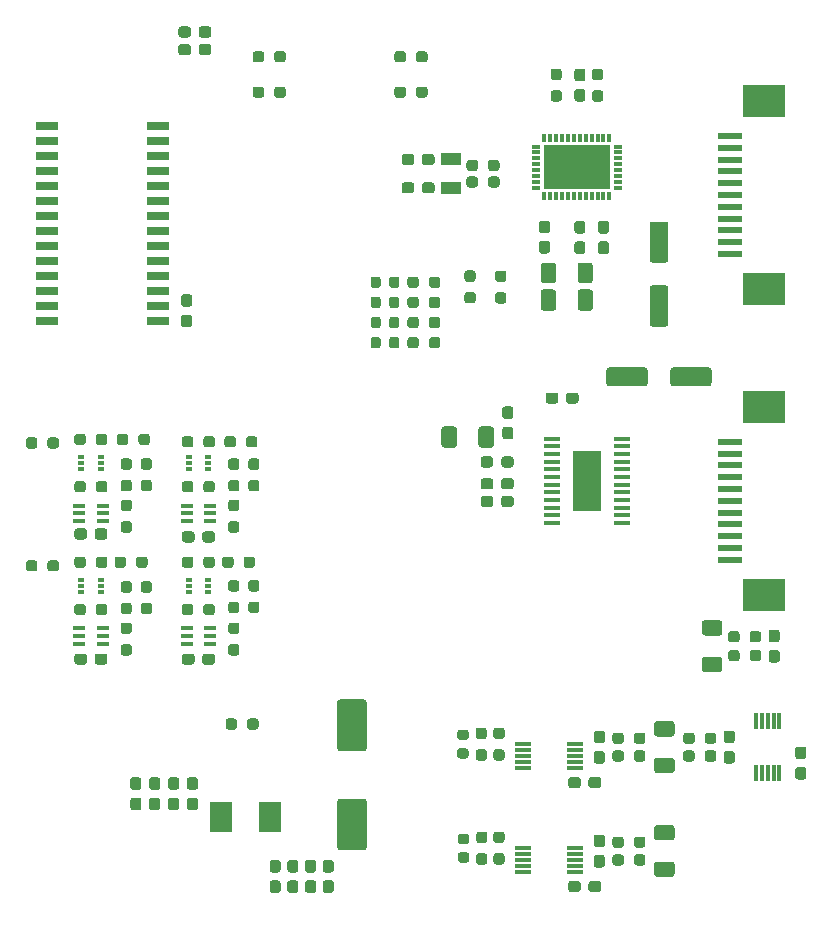
<source format=gbr>
G04 #@! TF.GenerationSoftware,KiCad,Pcbnew,(5.1.12)-1*
G04 #@! TF.CreationDate,2022-01-20T23:42:30+07:00*
G04 #@! TF.ProjectId,Driver_Board,44726976-6572-45f4-926f-6172642e6b69,v.2.0*
G04 #@! TF.SameCoordinates,Original*
G04 #@! TF.FileFunction,Paste,Top*
G04 #@! TF.FilePolarity,Positive*
%FSLAX46Y46*%
G04 Gerber Fmt 4.6, Leading zero omitted, Abs format (unit mm)*
G04 Created by KiCad (PCBNEW (5.1.12)-1) date 2022-01-20 23:42:30*
%MOMM*%
%LPD*%
G01*
G04 APERTURE LIST*
%ADD10R,1.475000X0.450000*%
%ADD11R,2.400000X5.160000*%
%ADD12R,0.492000X0.300000*%
%ADD13R,1.400000X0.300000*%
%ADD14R,0.300000X1.400000*%
%ADD15R,0.300000X0.800000*%
%ADD16R,0.800000X0.300000*%
%ADD17R,5.710000X3.710000*%
%ADD18R,1.000000X0.400000*%
%ADD19R,1.800000X1.000000*%
%ADD20R,1.900000X2.500000*%
%ADD21R,2.000000X0.610000*%
%ADD22R,3.600000X2.680000*%
%ADD23R,1.925000X0.700000*%
G04 APERTURE END LIST*
D10*
X176362000Y-98325000D03*
X176362000Y-98975000D03*
X176362000Y-99625000D03*
X176362000Y-100275000D03*
X176362000Y-100925000D03*
X176362000Y-101575000D03*
X176362000Y-102225000D03*
X176362000Y-102875000D03*
X176362000Y-103525000D03*
X176362000Y-104175000D03*
X176362000Y-104825000D03*
X176362000Y-105475000D03*
X182238000Y-105475000D03*
X182238000Y-104825000D03*
X182238000Y-104175000D03*
X182238000Y-103525000D03*
X182238000Y-102875000D03*
X182238000Y-102225000D03*
X182238000Y-101575000D03*
X182238000Y-100925000D03*
X182238000Y-100275000D03*
X182238000Y-99625000D03*
X182238000Y-98975000D03*
X182238000Y-98325000D03*
D11*
X179300000Y-101900000D03*
G36*
G01*
X173100000Y-101912500D02*
X173100000Y-102387500D01*
G75*
G02*
X172862500Y-102625000I-237500J0D01*
G01*
X172262500Y-102625000D01*
G75*
G02*
X172025000Y-102387500I0J237500D01*
G01*
X172025000Y-101912500D01*
G75*
G02*
X172262500Y-101675000I237500J0D01*
G01*
X172862500Y-101675000D01*
G75*
G02*
X173100000Y-101912500I0J-237500D01*
G01*
G37*
G36*
G01*
X171375000Y-101912500D02*
X171375000Y-102387500D01*
G75*
G02*
X171137500Y-102625000I-237500J0D01*
G01*
X170537500Y-102625000D01*
G75*
G02*
X170300000Y-102387500I0J237500D01*
G01*
X170300000Y-101912500D01*
G75*
G02*
X170537500Y-101675000I237500J0D01*
G01*
X171137500Y-101675000D01*
G75*
G02*
X171375000Y-101912500I0J-237500D01*
G01*
G37*
G36*
G01*
X172025000Y-103887500D02*
X172025000Y-103412500D01*
G75*
G02*
X172262500Y-103175000I237500J0D01*
G01*
X172862500Y-103175000D01*
G75*
G02*
X173100000Y-103412500I0J-237500D01*
G01*
X173100000Y-103887500D01*
G75*
G02*
X172862500Y-104125000I-237500J0D01*
G01*
X172262500Y-104125000D01*
G75*
G02*
X172025000Y-103887500I0J237500D01*
G01*
G37*
G36*
G01*
X170300000Y-103887500D02*
X170300000Y-103412500D01*
G75*
G02*
X170537500Y-103175000I237500J0D01*
G01*
X171137500Y-103175000D01*
G75*
G02*
X171375000Y-103412500I0J-237500D01*
G01*
X171375000Y-103887500D01*
G75*
G02*
X171137500Y-104125000I-237500J0D01*
G01*
X170537500Y-104125000D01*
G75*
G02*
X170300000Y-103887500I0J237500D01*
G01*
G37*
G36*
G01*
X172362500Y-95600000D02*
X172837500Y-95600000D01*
G75*
G02*
X173075000Y-95837500I0J-237500D01*
G01*
X173075000Y-96437500D01*
G75*
G02*
X172837500Y-96675000I-237500J0D01*
G01*
X172362500Y-96675000D01*
G75*
G02*
X172125000Y-96437500I0J237500D01*
G01*
X172125000Y-95837500D01*
G75*
G02*
X172362500Y-95600000I237500J0D01*
G01*
G37*
G36*
G01*
X172362500Y-97325000D02*
X172837500Y-97325000D01*
G75*
G02*
X173075000Y-97562500I0J-237500D01*
G01*
X173075000Y-98162500D01*
G75*
G02*
X172837500Y-98400000I-237500J0D01*
G01*
X172362500Y-98400000D01*
G75*
G02*
X172125000Y-98162500I0J237500D01*
G01*
X172125000Y-97562500D01*
G75*
G02*
X172362500Y-97325000I237500J0D01*
G01*
G37*
G36*
G01*
X176875000Y-94662500D02*
X176875000Y-95137500D01*
G75*
G02*
X176637500Y-95375000I-237500J0D01*
G01*
X176037500Y-95375000D01*
G75*
G02*
X175800000Y-95137500I0J237500D01*
G01*
X175800000Y-94662500D01*
G75*
G02*
X176037500Y-94425000I237500J0D01*
G01*
X176637500Y-94425000D01*
G75*
G02*
X176875000Y-94662500I0J-237500D01*
G01*
G37*
G36*
G01*
X178600000Y-94662500D02*
X178600000Y-95137500D01*
G75*
G02*
X178362500Y-95375000I-237500J0D01*
G01*
X177762500Y-95375000D01*
G75*
G02*
X177525000Y-95137500I0J237500D01*
G01*
X177525000Y-94662500D01*
G75*
G02*
X177762500Y-94425000I237500J0D01*
G01*
X178362500Y-94425000D01*
G75*
G02*
X178600000Y-94662500I0J-237500D01*
G01*
G37*
G36*
G01*
X186350000Y-93650000D02*
X186350000Y-92550000D01*
G75*
G02*
X186600000Y-92300000I250000J0D01*
G01*
X189600000Y-92300000D01*
G75*
G02*
X189850000Y-92550000I0J-250000D01*
G01*
X189850000Y-93650000D01*
G75*
G02*
X189600000Y-93900000I-250000J0D01*
G01*
X186600000Y-93900000D01*
G75*
G02*
X186350000Y-93650000I0J250000D01*
G01*
G37*
G36*
G01*
X180950000Y-93650000D02*
X180950000Y-92550000D01*
G75*
G02*
X181200000Y-92300000I250000J0D01*
G01*
X184200000Y-92300000D01*
G75*
G02*
X184450000Y-92550000I0J-250000D01*
G01*
X184450000Y-93650000D01*
G75*
G02*
X184200000Y-93900000I-250000J0D01*
G01*
X181200000Y-93900000D01*
G75*
G02*
X180950000Y-93650000I0J250000D01*
G01*
G37*
G36*
G01*
X137625000Y-106637500D02*
X137625000Y-106162500D01*
G75*
G02*
X137862500Y-105925000I237500J0D01*
G01*
X138462500Y-105925000D01*
G75*
G02*
X138700000Y-106162500I0J-237500D01*
G01*
X138700000Y-106637500D01*
G75*
G02*
X138462500Y-106875000I-237500J0D01*
G01*
X137862500Y-106875000D01*
G75*
G02*
X137625000Y-106637500I0J237500D01*
G01*
G37*
G36*
G01*
X135900000Y-106637500D02*
X135900000Y-106162500D01*
G75*
G02*
X136137500Y-105925000I237500J0D01*
G01*
X136737500Y-105925000D01*
G75*
G02*
X136975000Y-106162500I0J-237500D01*
G01*
X136975000Y-106637500D01*
G75*
G02*
X136737500Y-106875000I-237500J0D01*
G01*
X136137500Y-106875000D01*
G75*
G02*
X135900000Y-106637500I0J237500D01*
G01*
G37*
G36*
G01*
X135900000Y-117237500D02*
X135900000Y-116762500D01*
G75*
G02*
X136137500Y-116525000I237500J0D01*
G01*
X136737500Y-116525000D01*
G75*
G02*
X136975000Y-116762500I0J-237500D01*
G01*
X136975000Y-117237500D01*
G75*
G02*
X136737500Y-117475000I-237500J0D01*
G01*
X136137500Y-117475000D01*
G75*
G02*
X135900000Y-117237500I0J237500D01*
G01*
G37*
G36*
G01*
X137625000Y-117237500D02*
X137625000Y-116762500D01*
G75*
G02*
X137862500Y-116525000I237500J0D01*
G01*
X138462500Y-116525000D01*
G75*
G02*
X138700000Y-116762500I0J-237500D01*
G01*
X138700000Y-117237500D01*
G75*
G02*
X138462500Y-117475000I-237500J0D01*
G01*
X137862500Y-117475000D01*
G75*
G02*
X137625000Y-117237500I0J237500D01*
G01*
G37*
G36*
G01*
X145000000Y-106887500D02*
X145000000Y-106412500D01*
G75*
G02*
X145237500Y-106175000I237500J0D01*
G01*
X145837500Y-106175000D01*
G75*
G02*
X146075000Y-106412500I0J-237500D01*
G01*
X146075000Y-106887500D01*
G75*
G02*
X145837500Y-107125000I-237500J0D01*
G01*
X145237500Y-107125000D01*
G75*
G02*
X145000000Y-106887500I0J237500D01*
G01*
G37*
G36*
G01*
X146725000Y-106887500D02*
X146725000Y-106412500D01*
G75*
G02*
X146962500Y-106175000I237500J0D01*
G01*
X147562500Y-106175000D01*
G75*
G02*
X147800000Y-106412500I0J-237500D01*
G01*
X147800000Y-106887500D01*
G75*
G02*
X147562500Y-107125000I-237500J0D01*
G01*
X146962500Y-107125000D01*
G75*
G02*
X146725000Y-106887500I0J237500D01*
G01*
G37*
G36*
G01*
X145000000Y-117237500D02*
X145000000Y-116762500D01*
G75*
G02*
X145237500Y-116525000I237500J0D01*
G01*
X145837500Y-116525000D01*
G75*
G02*
X146075000Y-116762500I0J-237500D01*
G01*
X146075000Y-117237500D01*
G75*
G02*
X145837500Y-117475000I-237500J0D01*
G01*
X145237500Y-117475000D01*
G75*
G02*
X145000000Y-117237500I0J237500D01*
G01*
G37*
G36*
G01*
X146725000Y-117237500D02*
X146725000Y-116762500D01*
G75*
G02*
X146962500Y-116525000I237500J0D01*
G01*
X147562500Y-116525000D01*
G75*
G02*
X147800000Y-116762500I0J-237500D01*
G01*
X147800000Y-117237500D01*
G75*
G02*
X147562500Y-117475000I-237500J0D01*
G01*
X146962500Y-117475000D01*
G75*
G02*
X146725000Y-117237500I0J237500D01*
G01*
G37*
G36*
G01*
X177700000Y-136487500D02*
X177700000Y-136012500D01*
G75*
G02*
X177937500Y-135775000I237500J0D01*
G01*
X178537500Y-135775000D01*
G75*
G02*
X178775000Y-136012500I0J-237500D01*
G01*
X178775000Y-136487500D01*
G75*
G02*
X178537500Y-136725000I-237500J0D01*
G01*
X177937500Y-136725000D01*
G75*
G02*
X177700000Y-136487500I0J237500D01*
G01*
G37*
G36*
G01*
X179425000Y-136487500D02*
X179425000Y-136012500D01*
G75*
G02*
X179662500Y-135775000I237500J0D01*
G01*
X180262500Y-135775000D01*
G75*
G02*
X180500000Y-136012500I0J-237500D01*
G01*
X180500000Y-136487500D01*
G75*
G02*
X180262500Y-136725000I-237500J0D01*
G01*
X179662500Y-136725000D01*
G75*
G02*
X179425000Y-136487500I0J237500D01*
G01*
G37*
G36*
G01*
X179425000Y-127687500D02*
X179425000Y-127212500D01*
G75*
G02*
X179662500Y-126975000I237500J0D01*
G01*
X180262500Y-126975000D01*
G75*
G02*
X180500000Y-127212500I0J-237500D01*
G01*
X180500000Y-127687500D01*
G75*
G02*
X180262500Y-127925000I-237500J0D01*
G01*
X179662500Y-127925000D01*
G75*
G02*
X179425000Y-127687500I0J237500D01*
G01*
G37*
G36*
G01*
X177700000Y-127687500D02*
X177700000Y-127212500D01*
G75*
G02*
X177937500Y-126975000I237500J0D01*
G01*
X178537500Y-126975000D01*
G75*
G02*
X178775000Y-127212500I0J-237500D01*
G01*
X178775000Y-127687500D01*
G75*
G02*
X178537500Y-127925000I-237500J0D01*
G01*
X177937500Y-127925000D01*
G75*
G02*
X177700000Y-127687500I0J237500D01*
G01*
G37*
G36*
G01*
X180112500Y-133575000D02*
X180587500Y-133575000D01*
G75*
G02*
X180825000Y-133812500I0J-237500D01*
G01*
X180825000Y-134412500D01*
G75*
G02*
X180587500Y-134650000I-237500J0D01*
G01*
X180112500Y-134650000D01*
G75*
G02*
X179875000Y-134412500I0J237500D01*
G01*
X179875000Y-133812500D01*
G75*
G02*
X180112500Y-133575000I237500J0D01*
G01*
G37*
G36*
G01*
X180112500Y-131850000D02*
X180587500Y-131850000D01*
G75*
G02*
X180825000Y-132087500I0J-237500D01*
G01*
X180825000Y-132687500D01*
G75*
G02*
X180587500Y-132925000I-237500J0D01*
G01*
X180112500Y-132925000D01*
G75*
G02*
X179875000Y-132687500I0J237500D01*
G01*
X179875000Y-132087500D01*
G75*
G02*
X180112500Y-131850000I237500J0D01*
G01*
G37*
G36*
G01*
X180112500Y-123050000D02*
X180587500Y-123050000D01*
G75*
G02*
X180825000Y-123287500I0J-237500D01*
G01*
X180825000Y-123887500D01*
G75*
G02*
X180587500Y-124125000I-237500J0D01*
G01*
X180112500Y-124125000D01*
G75*
G02*
X179875000Y-123887500I0J237500D01*
G01*
X179875000Y-123287500D01*
G75*
G02*
X180112500Y-123050000I237500J0D01*
G01*
G37*
G36*
G01*
X180112500Y-124775000D02*
X180587500Y-124775000D01*
G75*
G02*
X180825000Y-125012500I0J-237500D01*
G01*
X180825000Y-125612500D01*
G75*
G02*
X180587500Y-125850000I-237500J0D01*
G01*
X180112500Y-125850000D01*
G75*
G02*
X179875000Y-125612500I0J237500D01*
G01*
X179875000Y-125012500D01*
G75*
G02*
X180112500Y-124775000I237500J0D01*
G01*
G37*
G36*
G01*
X191112500Y-123050000D02*
X191587500Y-123050000D01*
G75*
G02*
X191825000Y-123287500I0J-237500D01*
G01*
X191825000Y-123887500D01*
G75*
G02*
X191587500Y-124125000I-237500J0D01*
G01*
X191112500Y-124125000D01*
G75*
G02*
X190875000Y-123887500I0J237500D01*
G01*
X190875000Y-123287500D01*
G75*
G02*
X191112500Y-123050000I237500J0D01*
G01*
G37*
G36*
G01*
X191112500Y-124775000D02*
X191587500Y-124775000D01*
G75*
G02*
X191825000Y-125012500I0J-237500D01*
G01*
X191825000Y-125612500D01*
G75*
G02*
X191587500Y-125850000I-237500J0D01*
G01*
X191112500Y-125850000D01*
G75*
G02*
X190875000Y-125612500I0J237500D01*
G01*
X190875000Y-125012500D01*
G75*
G02*
X191112500Y-124775000I237500J0D01*
G01*
G37*
G36*
G01*
X195387500Y-115575000D02*
X194912500Y-115575000D01*
G75*
G02*
X194675000Y-115337500I0J237500D01*
G01*
X194675000Y-114737500D01*
G75*
G02*
X194912500Y-114500000I237500J0D01*
G01*
X195387500Y-114500000D01*
G75*
G02*
X195625000Y-114737500I0J-237500D01*
G01*
X195625000Y-115337500D01*
G75*
G02*
X195387500Y-115575000I-237500J0D01*
G01*
G37*
G36*
G01*
X195387500Y-117300000D02*
X194912500Y-117300000D01*
G75*
G02*
X194675000Y-117062500I0J237500D01*
G01*
X194675000Y-116462500D01*
G75*
G02*
X194912500Y-116225000I237500J0D01*
G01*
X195387500Y-116225000D01*
G75*
G02*
X195625000Y-116462500I0J-237500D01*
G01*
X195625000Y-117062500D01*
G75*
G02*
X195387500Y-117300000I-237500J0D01*
G01*
G37*
G36*
G01*
X197637500Y-127200000D02*
X197162500Y-127200000D01*
G75*
G02*
X196925000Y-126962500I0J237500D01*
G01*
X196925000Y-126362500D01*
G75*
G02*
X197162500Y-126125000I237500J0D01*
G01*
X197637500Y-126125000D01*
G75*
G02*
X197875000Y-126362500I0J-237500D01*
G01*
X197875000Y-126962500D01*
G75*
G02*
X197637500Y-127200000I-237500J0D01*
G01*
G37*
G36*
G01*
X197637500Y-125475000D02*
X197162500Y-125475000D01*
G75*
G02*
X196925000Y-125237500I0J237500D01*
G01*
X196925000Y-124637500D01*
G75*
G02*
X197162500Y-124400000I237500J0D01*
G01*
X197637500Y-124400000D01*
G75*
G02*
X197875000Y-124637500I0J-237500D01*
G01*
X197875000Y-125237500D01*
G75*
G02*
X197637500Y-125475000I-237500J0D01*
G01*
G37*
G36*
G01*
X175462500Y-81587500D02*
X175937500Y-81587500D01*
G75*
G02*
X176175000Y-81825000I0J-237500D01*
G01*
X176175000Y-82425000D01*
G75*
G02*
X175937500Y-82662500I-237500J0D01*
G01*
X175462500Y-82662500D01*
G75*
G02*
X175225000Y-82425000I0J237500D01*
G01*
X175225000Y-81825000D01*
G75*
G02*
X175462500Y-81587500I237500J0D01*
G01*
G37*
G36*
G01*
X175462500Y-79862500D02*
X175937500Y-79862500D01*
G75*
G02*
X176175000Y-80100000I0J-237500D01*
G01*
X176175000Y-80700000D01*
G75*
G02*
X175937500Y-80937500I-237500J0D01*
G01*
X175462500Y-80937500D01*
G75*
G02*
X175225000Y-80700000I0J237500D01*
G01*
X175225000Y-80100000D01*
G75*
G02*
X175462500Y-79862500I237500J0D01*
G01*
G37*
G36*
G01*
X180937500Y-82700000D02*
X180462500Y-82700000D01*
G75*
G02*
X180225000Y-82462500I0J237500D01*
G01*
X180225000Y-81862500D01*
G75*
G02*
X180462500Y-81625000I237500J0D01*
G01*
X180937500Y-81625000D01*
G75*
G02*
X181175000Y-81862500I0J-237500D01*
G01*
X181175000Y-82462500D01*
G75*
G02*
X180937500Y-82700000I-237500J0D01*
G01*
G37*
G36*
G01*
X180937500Y-80975000D02*
X180462500Y-80975000D01*
G75*
G02*
X180225000Y-80737500I0J237500D01*
G01*
X180225000Y-80137500D01*
G75*
G02*
X180462500Y-79900000I237500J0D01*
G01*
X180937500Y-79900000D01*
G75*
G02*
X181175000Y-80137500I0J-237500D01*
G01*
X181175000Y-80737500D01*
G75*
G02*
X180937500Y-80975000I-237500J0D01*
G01*
G37*
G36*
G01*
X178937500Y-82700000D02*
X178462500Y-82700000D01*
G75*
G02*
X178225000Y-82462500I0J237500D01*
G01*
X178225000Y-81862500D01*
G75*
G02*
X178462500Y-81625000I237500J0D01*
G01*
X178937500Y-81625000D01*
G75*
G02*
X179175000Y-81862500I0J-237500D01*
G01*
X179175000Y-82462500D01*
G75*
G02*
X178937500Y-82700000I-237500J0D01*
G01*
G37*
G36*
G01*
X178937500Y-80975000D02*
X178462500Y-80975000D01*
G75*
G02*
X178225000Y-80737500I0J237500D01*
G01*
X178225000Y-80137500D01*
G75*
G02*
X178462500Y-79900000I237500J0D01*
G01*
X178937500Y-79900000D01*
G75*
G02*
X179175000Y-80137500I0J-237500D01*
G01*
X179175000Y-80737500D01*
G75*
G02*
X178937500Y-80975000I-237500J0D01*
G01*
G37*
G36*
G01*
X178937500Y-69800000D02*
X178462500Y-69800000D01*
G75*
G02*
X178225000Y-69562500I0J237500D01*
G01*
X178225000Y-68962500D01*
G75*
G02*
X178462500Y-68725000I237500J0D01*
G01*
X178937500Y-68725000D01*
G75*
G02*
X179175000Y-68962500I0J-237500D01*
G01*
X179175000Y-69562500D01*
G75*
G02*
X178937500Y-69800000I-237500J0D01*
G01*
G37*
G36*
G01*
X178937500Y-68075000D02*
X178462500Y-68075000D01*
G75*
G02*
X178225000Y-67837500I0J237500D01*
G01*
X178225000Y-67237500D01*
G75*
G02*
X178462500Y-67000000I237500J0D01*
G01*
X178937500Y-67000000D01*
G75*
G02*
X179175000Y-67237500I0J-237500D01*
G01*
X179175000Y-67837500D01*
G75*
G02*
X178937500Y-68075000I-237500J0D01*
G01*
G37*
G36*
G01*
X164675000Y-74462500D02*
X164675000Y-74937500D01*
G75*
G02*
X164437500Y-75175000I-237500J0D01*
G01*
X163837500Y-75175000D01*
G75*
G02*
X163600000Y-74937500I0J237500D01*
G01*
X163600000Y-74462500D01*
G75*
G02*
X163837500Y-74225000I237500J0D01*
G01*
X164437500Y-74225000D01*
G75*
G02*
X164675000Y-74462500I0J-237500D01*
G01*
G37*
G36*
G01*
X166400000Y-74462500D02*
X166400000Y-74937500D01*
G75*
G02*
X166162500Y-75175000I-237500J0D01*
G01*
X165562500Y-75175000D01*
G75*
G02*
X165325000Y-74937500I0J237500D01*
G01*
X165325000Y-74462500D01*
G75*
G02*
X165562500Y-74225000I237500J0D01*
G01*
X166162500Y-74225000D01*
G75*
G02*
X166400000Y-74462500I0J-237500D01*
G01*
G37*
G36*
G01*
X164675000Y-76862500D02*
X164675000Y-77337500D01*
G75*
G02*
X164437500Y-77575000I-237500J0D01*
G01*
X163837500Y-77575000D01*
G75*
G02*
X163600000Y-77337500I0J237500D01*
G01*
X163600000Y-76862500D01*
G75*
G02*
X163837500Y-76625000I237500J0D01*
G01*
X164437500Y-76625000D01*
G75*
G02*
X164675000Y-76862500I0J-237500D01*
G01*
G37*
G36*
G01*
X166400000Y-76862500D02*
X166400000Y-77337500D01*
G75*
G02*
X166162500Y-77575000I-237500J0D01*
G01*
X165562500Y-77575000D01*
G75*
G02*
X165325000Y-77337500I0J237500D01*
G01*
X165325000Y-76862500D01*
G75*
G02*
X165562500Y-76625000I237500J0D01*
G01*
X166162500Y-76625000D01*
G75*
G02*
X166400000Y-76862500I0J-237500D01*
G01*
G37*
G36*
G01*
X141337500Y-129800000D02*
X140862500Y-129800000D01*
G75*
G02*
X140625000Y-129562500I0J237500D01*
G01*
X140625000Y-128962500D01*
G75*
G02*
X140862500Y-128725000I237500J0D01*
G01*
X141337500Y-128725000D01*
G75*
G02*
X141575000Y-128962500I0J-237500D01*
G01*
X141575000Y-129562500D01*
G75*
G02*
X141337500Y-129800000I-237500J0D01*
G01*
G37*
G36*
G01*
X141337500Y-128075000D02*
X140862500Y-128075000D01*
G75*
G02*
X140625000Y-127837500I0J237500D01*
G01*
X140625000Y-127237500D01*
G75*
G02*
X140862500Y-127000000I237500J0D01*
G01*
X141337500Y-127000000D01*
G75*
G02*
X141575000Y-127237500I0J-237500D01*
G01*
X141575000Y-127837500D01*
G75*
G02*
X141337500Y-128075000I-237500J0D01*
G01*
G37*
G36*
G01*
X142937500Y-128075000D02*
X142462500Y-128075000D01*
G75*
G02*
X142225000Y-127837500I0J237500D01*
G01*
X142225000Y-127237500D01*
G75*
G02*
X142462500Y-127000000I237500J0D01*
G01*
X142937500Y-127000000D01*
G75*
G02*
X143175000Y-127237500I0J-237500D01*
G01*
X143175000Y-127837500D01*
G75*
G02*
X142937500Y-128075000I-237500J0D01*
G01*
G37*
G36*
G01*
X142937500Y-129800000D02*
X142462500Y-129800000D01*
G75*
G02*
X142225000Y-129562500I0J237500D01*
G01*
X142225000Y-128962500D01*
G75*
G02*
X142462500Y-128725000I237500J0D01*
G01*
X142937500Y-128725000D01*
G75*
G02*
X143175000Y-128962500I0J-237500D01*
G01*
X143175000Y-129562500D01*
G75*
G02*
X142937500Y-129800000I-237500J0D01*
G01*
G37*
G36*
G01*
X146137500Y-129800000D02*
X145662500Y-129800000D01*
G75*
G02*
X145425000Y-129562500I0J237500D01*
G01*
X145425000Y-128962500D01*
G75*
G02*
X145662500Y-128725000I237500J0D01*
G01*
X146137500Y-128725000D01*
G75*
G02*
X146375000Y-128962500I0J-237500D01*
G01*
X146375000Y-129562500D01*
G75*
G02*
X146137500Y-129800000I-237500J0D01*
G01*
G37*
G36*
G01*
X146137500Y-128075000D02*
X145662500Y-128075000D01*
G75*
G02*
X145425000Y-127837500I0J237500D01*
G01*
X145425000Y-127237500D01*
G75*
G02*
X145662500Y-127000000I237500J0D01*
G01*
X146137500Y-127000000D01*
G75*
G02*
X146375000Y-127237500I0J-237500D01*
G01*
X146375000Y-127837500D01*
G75*
G02*
X146137500Y-128075000I-237500J0D01*
G01*
G37*
G36*
G01*
X144537500Y-128075000D02*
X144062500Y-128075000D01*
G75*
G02*
X143825000Y-127837500I0J237500D01*
G01*
X143825000Y-127237500D01*
G75*
G02*
X144062500Y-127000000I237500J0D01*
G01*
X144537500Y-127000000D01*
G75*
G02*
X144775000Y-127237500I0J-237500D01*
G01*
X144775000Y-127837500D01*
G75*
G02*
X144537500Y-128075000I-237500J0D01*
G01*
G37*
G36*
G01*
X144537500Y-129800000D02*
X144062500Y-129800000D01*
G75*
G02*
X143825000Y-129562500I0J237500D01*
G01*
X143825000Y-128962500D01*
G75*
G02*
X144062500Y-128725000I237500J0D01*
G01*
X144537500Y-128725000D01*
G75*
G02*
X144775000Y-128962500I0J-237500D01*
G01*
X144775000Y-129562500D01*
G75*
G02*
X144537500Y-129800000I-237500J0D01*
G01*
G37*
G36*
G01*
X154162500Y-135725000D02*
X154637500Y-135725000D01*
G75*
G02*
X154875000Y-135962500I0J-237500D01*
G01*
X154875000Y-136562500D01*
G75*
G02*
X154637500Y-136800000I-237500J0D01*
G01*
X154162500Y-136800000D01*
G75*
G02*
X153925000Y-136562500I0J237500D01*
G01*
X153925000Y-135962500D01*
G75*
G02*
X154162500Y-135725000I237500J0D01*
G01*
G37*
G36*
G01*
X154162500Y-134000000D02*
X154637500Y-134000000D01*
G75*
G02*
X154875000Y-134237500I0J-237500D01*
G01*
X154875000Y-134837500D01*
G75*
G02*
X154637500Y-135075000I-237500J0D01*
G01*
X154162500Y-135075000D01*
G75*
G02*
X153925000Y-134837500I0J237500D01*
G01*
X153925000Y-134237500D01*
G75*
G02*
X154162500Y-134000000I237500J0D01*
G01*
G37*
G36*
G01*
X152662500Y-134000000D02*
X153137500Y-134000000D01*
G75*
G02*
X153375000Y-134237500I0J-237500D01*
G01*
X153375000Y-134837500D01*
G75*
G02*
X153137500Y-135075000I-237500J0D01*
G01*
X152662500Y-135075000D01*
G75*
G02*
X152425000Y-134837500I0J237500D01*
G01*
X152425000Y-134237500D01*
G75*
G02*
X152662500Y-134000000I237500J0D01*
G01*
G37*
G36*
G01*
X152662500Y-135725000D02*
X153137500Y-135725000D01*
G75*
G02*
X153375000Y-135962500I0J-237500D01*
G01*
X153375000Y-136562500D01*
G75*
G02*
X153137500Y-136800000I-237500J0D01*
G01*
X152662500Y-136800000D01*
G75*
G02*
X152425000Y-136562500I0J237500D01*
G01*
X152425000Y-135962500D01*
G75*
G02*
X152662500Y-135725000I237500J0D01*
G01*
G37*
G36*
G01*
X155662500Y-135725000D02*
X156137500Y-135725000D01*
G75*
G02*
X156375000Y-135962500I0J-237500D01*
G01*
X156375000Y-136562500D01*
G75*
G02*
X156137500Y-136800000I-237500J0D01*
G01*
X155662500Y-136800000D01*
G75*
G02*
X155425000Y-136562500I0J237500D01*
G01*
X155425000Y-135962500D01*
G75*
G02*
X155662500Y-135725000I237500J0D01*
G01*
G37*
G36*
G01*
X155662500Y-134000000D02*
X156137500Y-134000000D01*
G75*
G02*
X156375000Y-134237500I0J-237500D01*
G01*
X156375000Y-134837500D01*
G75*
G02*
X156137500Y-135075000I-237500J0D01*
G01*
X155662500Y-135075000D01*
G75*
G02*
X155425000Y-134837500I0J237500D01*
G01*
X155425000Y-134237500D01*
G75*
G02*
X155662500Y-134000000I237500J0D01*
G01*
G37*
G36*
G01*
X157162500Y-135725000D02*
X157637500Y-135725000D01*
G75*
G02*
X157875000Y-135962500I0J-237500D01*
G01*
X157875000Y-136562500D01*
G75*
G02*
X157637500Y-136800000I-237500J0D01*
G01*
X157162500Y-136800000D01*
G75*
G02*
X156925000Y-136562500I0J237500D01*
G01*
X156925000Y-135962500D01*
G75*
G02*
X157162500Y-135725000I237500J0D01*
G01*
G37*
G36*
G01*
X157162500Y-134000000D02*
X157637500Y-134000000D01*
G75*
G02*
X157875000Y-134237500I0J-237500D01*
G01*
X157875000Y-134837500D01*
G75*
G02*
X157637500Y-135075000I-237500J0D01*
G01*
X157162500Y-135075000D01*
G75*
G02*
X156925000Y-134837500I0J237500D01*
G01*
X156925000Y-134237500D01*
G75*
G02*
X157162500Y-134000000I237500J0D01*
G01*
G37*
G36*
G01*
X169056250Y-125425000D02*
X168543750Y-125425000D01*
G75*
G02*
X168325000Y-125206250I0J218750D01*
G01*
X168325000Y-124768750D01*
G75*
G02*
X168543750Y-124550000I218750J0D01*
G01*
X169056250Y-124550000D01*
G75*
G02*
X169275000Y-124768750I0J-218750D01*
G01*
X169275000Y-125206250D01*
G75*
G02*
X169056250Y-125425000I-218750J0D01*
G01*
G37*
G36*
G01*
X169056250Y-123850000D02*
X168543750Y-123850000D01*
G75*
G02*
X168325000Y-123631250I0J218750D01*
G01*
X168325000Y-123193750D01*
G75*
G02*
X168543750Y-122975000I218750J0D01*
G01*
X169056250Y-122975000D01*
G75*
G02*
X169275000Y-123193750I0J-218750D01*
G01*
X169275000Y-123631250D01*
G75*
G02*
X169056250Y-123850000I-218750J0D01*
G01*
G37*
G36*
G01*
X169106250Y-134225000D02*
X168593750Y-134225000D01*
G75*
G02*
X168375000Y-134006250I0J218750D01*
G01*
X168375000Y-133568750D01*
G75*
G02*
X168593750Y-133350000I218750J0D01*
G01*
X169106250Y-133350000D01*
G75*
G02*
X169325000Y-133568750I0J-218750D01*
G01*
X169325000Y-134006250D01*
G75*
G02*
X169106250Y-134225000I-218750J0D01*
G01*
G37*
G36*
G01*
X169106250Y-132650000D02*
X168593750Y-132650000D01*
G75*
G02*
X168375000Y-132431250I0J218750D01*
G01*
X168375000Y-131993750D01*
G75*
G02*
X168593750Y-131775000I218750J0D01*
G01*
X169106250Y-131775000D01*
G75*
G02*
X169325000Y-131993750I0J-218750D01*
G01*
X169325000Y-132431250D01*
G75*
G02*
X169106250Y-132650000I-218750J0D01*
G01*
G37*
G36*
G01*
X161850000Y-88243750D02*
X161850000Y-88756250D01*
G75*
G02*
X161631250Y-88975000I-218750J0D01*
G01*
X161193750Y-88975000D01*
G75*
G02*
X160975000Y-88756250I0J218750D01*
G01*
X160975000Y-88243750D01*
G75*
G02*
X161193750Y-88025000I218750J0D01*
G01*
X161631250Y-88025000D01*
G75*
G02*
X161850000Y-88243750I0J-218750D01*
G01*
G37*
G36*
G01*
X163425000Y-88243750D02*
X163425000Y-88756250D01*
G75*
G02*
X163206250Y-88975000I-218750J0D01*
G01*
X162768750Y-88975000D01*
G75*
G02*
X162550000Y-88756250I0J218750D01*
G01*
X162550000Y-88243750D01*
G75*
G02*
X162768750Y-88025000I218750J0D01*
G01*
X163206250Y-88025000D01*
G75*
G02*
X163425000Y-88243750I0J-218750D01*
G01*
G37*
G36*
G01*
X161850000Y-84843750D02*
X161850000Y-85356250D01*
G75*
G02*
X161631250Y-85575000I-218750J0D01*
G01*
X161193750Y-85575000D01*
G75*
G02*
X160975000Y-85356250I0J218750D01*
G01*
X160975000Y-84843750D01*
G75*
G02*
X161193750Y-84625000I218750J0D01*
G01*
X161631250Y-84625000D01*
G75*
G02*
X161850000Y-84843750I0J-218750D01*
G01*
G37*
G36*
G01*
X163425000Y-84843750D02*
X163425000Y-85356250D01*
G75*
G02*
X163206250Y-85575000I-218750J0D01*
G01*
X162768750Y-85575000D01*
G75*
G02*
X162550000Y-85356250I0J218750D01*
G01*
X162550000Y-84843750D01*
G75*
G02*
X162768750Y-84625000I218750J0D01*
G01*
X163206250Y-84625000D01*
G75*
G02*
X163425000Y-84843750I0J-218750D01*
G01*
G37*
G36*
G01*
X163425000Y-86543750D02*
X163425000Y-87056250D01*
G75*
G02*
X163206250Y-87275000I-218750J0D01*
G01*
X162768750Y-87275000D01*
G75*
G02*
X162550000Y-87056250I0J218750D01*
G01*
X162550000Y-86543750D01*
G75*
G02*
X162768750Y-86325000I218750J0D01*
G01*
X163206250Y-86325000D01*
G75*
G02*
X163425000Y-86543750I0J-218750D01*
G01*
G37*
G36*
G01*
X161850000Y-86543750D02*
X161850000Y-87056250D01*
G75*
G02*
X161631250Y-87275000I-218750J0D01*
G01*
X161193750Y-87275000D01*
G75*
G02*
X160975000Y-87056250I0J218750D01*
G01*
X160975000Y-86543750D01*
G75*
G02*
X161193750Y-86325000I218750J0D01*
G01*
X161631250Y-86325000D01*
G75*
G02*
X161850000Y-86543750I0J-218750D01*
G01*
G37*
G36*
G01*
X161850000Y-89943750D02*
X161850000Y-90456250D01*
G75*
G02*
X161631250Y-90675000I-218750J0D01*
G01*
X161193750Y-90675000D01*
G75*
G02*
X160975000Y-90456250I0J218750D01*
G01*
X160975000Y-89943750D01*
G75*
G02*
X161193750Y-89725000I218750J0D01*
G01*
X161631250Y-89725000D01*
G75*
G02*
X161850000Y-89943750I0J-218750D01*
G01*
G37*
G36*
G01*
X163425000Y-89943750D02*
X163425000Y-90456250D01*
G75*
G02*
X163206250Y-90675000I-218750J0D01*
G01*
X162768750Y-90675000D01*
G75*
G02*
X162550000Y-90456250I0J218750D01*
G01*
X162550000Y-89943750D01*
G75*
G02*
X162768750Y-89725000I218750J0D01*
G01*
X163206250Y-89725000D01*
G75*
G02*
X163425000Y-89943750I0J-218750D01*
G01*
G37*
D12*
X138134000Y-99900000D03*
X138134000Y-100400000D03*
X138134000Y-100900000D03*
X136466000Y-100900000D03*
X136466000Y-100400000D03*
X136466000Y-99900000D03*
X136466000Y-110300000D03*
X136466000Y-110800000D03*
X136466000Y-111300000D03*
X138134000Y-111300000D03*
X138134000Y-110800000D03*
X138134000Y-110300000D03*
X145566000Y-99900000D03*
X145566000Y-100400000D03*
X145566000Y-100900000D03*
X147234000Y-100900000D03*
X147234000Y-100400000D03*
X147234000Y-99900000D03*
X147234000Y-110300000D03*
X147234000Y-110800000D03*
X147234000Y-111300000D03*
X145566000Y-111300000D03*
X145566000Y-110800000D03*
X145566000Y-110300000D03*
D13*
X173900000Y-133000000D03*
X173900000Y-133500000D03*
X173900000Y-134000000D03*
X173900000Y-134500000D03*
X173900000Y-135000000D03*
X178300000Y-135000000D03*
X178300000Y-134500000D03*
X178300000Y-134000000D03*
X178300000Y-133500000D03*
X178300000Y-133000000D03*
X178300000Y-124200000D03*
X178300000Y-124700000D03*
X178300000Y-125200000D03*
X178300000Y-125700000D03*
X178300000Y-126200000D03*
X173900000Y-126200000D03*
X173900000Y-125700000D03*
X173900000Y-125200000D03*
X173900000Y-124700000D03*
X173900000Y-124200000D03*
D14*
X195600000Y-122250000D03*
X195100000Y-122250000D03*
X194600000Y-122250000D03*
X194100000Y-122250000D03*
X193600000Y-122250000D03*
X193600000Y-126650000D03*
X194100000Y-126650000D03*
X194600000Y-126650000D03*
X195100000Y-126650000D03*
X195600000Y-126650000D03*
D15*
X175700000Y-77800000D03*
X176200000Y-77800000D03*
X176700000Y-77800000D03*
X177200000Y-77800000D03*
X177700000Y-77800000D03*
X178200000Y-77800000D03*
X178700000Y-77800000D03*
X179200000Y-77800000D03*
X179700000Y-77800000D03*
X180200000Y-77800000D03*
X180700000Y-77800000D03*
X181200000Y-77800000D03*
D16*
X181900000Y-77100000D03*
X181900000Y-76600000D03*
X181900000Y-76100000D03*
X181900000Y-75600000D03*
X181900000Y-75100000D03*
X181900000Y-74600000D03*
X181900000Y-74100000D03*
X181900000Y-73600000D03*
D15*
X181200000Y-72900000D03*
X180700000Y-72900000D03*
X180200000Y-72900000D03*
X179700000Y-72900000D03*
X179200000Y-72900000D03*
X178700000Y-72900000D03*
X178200000Y-72900000D03*
X177700000Y-72900000D03*
X177200000Y-72900000D03*
X176700000Y-72900000D03*
X176200000Y-72900000D03*
X175700000Y-72900000D03*
D16*
X175000000Y-73600000D03*
X175000000Y-74100000D03*
X175000000Y-74600000D03*
X175000000Y-75100000D03*
X175000000Y-75600000D03*
X175000000Y-76100000D03*
X175000000Y-76600000D03*
X175000000Y-77100000D03*
D17*
X178450000Y-75350000D03*
D18*
X136300000Y-104000000D03*
X136300000Y-104650000D03*
X136300000Y-105300000D03*
X138300000Y-105300000D03*
X138300000Y-104650000D03*
X138300000Y-104000000D03*
X136300000Y-114400000D03*
X136300000Y-115050000D03*
X136300000Y-115700000D03*
X138300000Y-115700000D03*
X138300000Y-115050000D03*
X138300000Y-114400000D03*
X145400000Y-104000000D03*
X145400000Y-104650000D03*
X145400000Y-105300000D03*
X147400000Y-105300000D03*
X147400000Y-104650000D03*
X147400000Y-104000000D03*
X147400000Y-114400000D03*
X147400000Y-115050000D03*
X147400000Y-115700000D03*
X145400000Y-115700000D03*
X145400000Y-115050000D03*
X145400000Y-114400000D03*
G36*
G01*
X142300000Y-98162500D02*
X142300000Y-98637500D01*
G75*
G02*
X142062500Y-98875000I-237500J0D01*
G01*
X141562500Y-98875000D01*
G75*
G02*
X141325000Y-98637500I0J237500D01*
G01*
X141325000Y-98162500D01*
G75*
G02*
X141562500Y-97925000I237500J0D01*
G01*
X142062500Y-97925000D01*
G75*
G02*
X142300000Y-98162500I0J-237500D01*
G01*
G37*
G36*
G01*
X140475000Y-98162500D02*
X140475000Y-98637500D01*
G75*
G02*
X140237500Y-98875000I-237500J0D01*
G01*
X139737500Y-98875000D01*
G75*
G02*
X139500000Y-98637500I0J237500D01*
G01*
X139500000Y-98162500D01*
G75*
G02*
X139737500Y-97925000I237500J0D01*
G01*
X140237500Y-97925000D01*
G75*
G02*
X140475000Y-98162500I0J-237500D01*
G01*
G37*
G36*
G01*
X140275000Y-108562500D02*
X140275000Y-109037500D01*
G75*
G02*
X140037500Y-109275000I-237500J0D01*
G01*
X139537500Y-109275000D01*
G75*
G02*
X139300000Y-109037500I0J237500D01*
G01*
X139300000Y-108562500D01*
G75*
G02*
X139537500Y-108325000I237500J0D01*
G01*
X140037500Y-108325000D01*
G75*
G02*
X140275000Y-108562500I0J-237500D01*
G01*
G37*
G36*
G01*
X142100000Y-108562500D02*
X142100000Y-109037500D01*
G75*
G02*
X141862500Y-109275000I-237500J0D01*
G01*
X141362500Y-109275000D01*
G75*
G02*
X141125000Y-109037500I0J237500D01*
G01*
X141125000Y-108562500D01*
G75*
G02*
X141362500Y-108325000I237500J0D01*
G01*
X141862500Y-108325000D01*
G75*
G02*
X142100000Y-108562500I0J-237500D01*
G01*
G37*
G36*
G01*
X135900000Y-98637500D02*
X135900000Y-98162500D01*
G75*
G02*
X136137500Y-97925000I237500J0D01*
G01*
X136637500Y-97925000D01*
G75*
G02*
X136875000Y-98162500I0J-237500D01*
G01*
X136875000Y-98637500D01*
G75*
G02*
X136637500Y-98875000I-237500J0D01*
G01*
X136137500Y-98875000D01*
G75*
G02*
X135900000Y-98637500I0J237500D01*
G01*
G37*
G36*
G01*
X137725000Y-98637500D02*
X137725000Y-98162500D01*
G75*
G02*
X137962500Y-97925000I237500J0D01*
G01*
X138462500Y-97925000D01*
G75*
G02*
X138700000Y-98162500I0J-237500D01*
G01*
X138700000Y-98637500D01*
G75*
G02*
X138462500Y-98875000I-237500J0D01*
G01*
X137962500Y-98875000D01*
G75*
G02*
X137725000Y-98637500I0J237500D01*
G01*
G37*
G36*
G01*
X135900000Y-109037500D02*
X135900000Y-108562500D01*
G75*
G02*
X136137500Y-108325000I237500J0D01*
G01*
X136637500Y-108325000D01*
G75*
G02*
X136875000Y-108562500I0J-237500D01*
G01*
X136875000Y-109037500D01*
G75*
G02*
X136637500Y-109275000I-237500J0D01*
G01*
X136137500Y-109275000D01*
G75*
G02*
X135900000Y-109037500I0J237500D01*
G01*
G37*
G36*
G01*
X137725000Y-109037500D02*
X137725000Y-108562500D01*
G75*
G02*
X137962500Y-108325000I237500J0D01*
G01*
X138462500Y-108325000D01*
G75*
G02*
X138700000Y-108562500I0J-237500D01*
G01*
X138700000Y-109037500D01*
G75*
G02*
X138462500Y-109275000I-237500J0D01*
G01*
X137962500Y-109275000D01*
G75*
G02*
X137725000Y-109037500I0J237500D01*
G01*
G37*
G36*
G01*
X142237500Y-102800000D02*
X141762500Y-102800000D01*
G75*
G02*
X141525000Y-102562500I0J237500D01*
G01*
X141525000Y-102062500D01*
G75*
G02*
X141762500Y-101825000I237500J0D01*
G01*
X142237500Y-101825000D01*
G75*
G02*
X142475000Y-102062500I0J-237500D01*
G01*
X142475000Y-102562500D01*
G75*
G02*
X142237500Y-102800000I-237500J0D01*
G01*
G37*
G36*
G01*
X142237500Y-100975000D02*
X141762500Y-100975000D01*
G75*
G02*
X141525000Y-100737500I0J237500D01*
G01*
X141525000Y-100237500D01*
G75*
G02*
X141762500Y-100000000I237500J0D01*
G01*
X142237500Y-100000000D01*
G75*
G02*
X142475000Y-100237500I0J-237500D01*
G01*
X142475000Y-100737500D01*
G75*
G02*
X142237500Y-100975000I-237500J0D01*
G01*
G37*
G36*
G01*
X142237500Y-113200000D02*
X141762500Y-113200000D01*
G75*
G02*
X141525000Y-112962500I0J237500D01*
G01*
X141525000Y-112462500D01*
G75*
G02*
X141762500Y-112225000I237500J0D01*
G01*
X142237500Y-112225000D01*
G75*
G02*
X142475000Y-112462500I0J-237500D01*
G01*
X142475000Y-112962500D01*
G75*
G02*
X142237500Y-113200000I-237500J0D01*
G01*
G37*
G36*
G01*
X142237500Y-111375000D02*
X141762500Y-111375000D01*
G75*
G02*
X141525000Y-111137500I0J237500D01*
G01*
X141525000Y-110637500D01*
G75*
G02*
X141762500Y-110400000I237500J0D01*
G01*
X142237500Y-110400000D01*
G75*
G02*
X142475000Y-110637500I0J-237500D01*
G01*
X142475000Y-111137500D01*
G75*
G02*
X142237500Y-111375000I-237500J0D01*
G01*
G37*
G36*
G01*
X140537500Y-104475000D02*
X140062500Y-104475000D01*
G75*
G02*
X139825000Y-104237500I0J237500D01*
G01*
X139825000Y-103737500D01*
G75*
G02*
X140062500Y-103500000I237500J0D01*
G01*
X140537500Y-103500000D01*
G75*
G02*
X140775000Y-103737500I0J-237500D01*
G01*
X140775000Y-104237500D01*
G75*
G02*
X140537500Y-104475000I-237500J0D01*
G01*
G37*
G36*
G01*
X140537500Y-106300000D02*
X140062500Y-106300000D01*
G75*
G02*
X139825000Y-106062500I0J237500D01*
G01*
X139825000Y-105562500D01*
G75*
G02*
X140062500Y-105325000I237500J0D01*
G01*
X140537500Y-105325000D01*
G75*
G02*
X140775000Y-105562500I0J-237500D01*
G01*
X140775000Y-106062500D01*
G75*
G02*
X140537500Y-106300000I-237500J0D01*
G01*
G37*
G36*
G01*
X140537500Y-116700000D02*
X140062500Y-116700000D01*
G75*
G02*
X139825000Y-116462500I0J237500D01*
G01*
X139825000Y-115962500D01*
G75*
G02*
X140062500Y-115725000I237500J0D01*
G01*
X140537500Y-115725000D01*
G75*
G02*
X140775000Y-115962500I0J-237500D01*
G01*
X140775000Y-116462500D01*
G75*
G02*
X140537500Y-116700000I-237500J0D01*
G01*
G37*
G36*
G01*
X140537500Y-114875000D02*
X140062500Y-114875000D01*
G75*
G02*
X139825000Y-114637500I0J237500D01*
G01*
X139825000Y-114137500D01*
G75*
G02*
X140062500Y-113900000I237500J0D01*
G01*
X140537500Y-113900000D01*
G75*
G02*
X140775000Y-114137500I0J-237500D01*
G01*
X140775000Y-114637500D01*
G75*
G02*
X140537500Y-114875000I-237500J0D01*
G01*
G37*
G36*
G01*
X140062500Y-101825000D02*
X140537500Y-101825000D01*
G75*
G02*
X140775000Y-102062500I0J-237500D01*
G01*
X140775000Y-102562500D01*
G75*
G02*
X140537500Y-102800000I-237500J0D01*
G01*
X140062500Y-102800000D01*
G75*
G02*
X139825000Y-102562500I0J237500D01*
G01*
X139825000Y-102062500D01*
G75*
G02*
X140062500Y-101825000I237500J0D01*
G01*
G37*
G36*
G01*
X140062500Y-100000000D02*
X140537500Y-100000000D01*
G75*
G02*
X140775000Y-100237500I0J-237500D01*
G01*
X140775000Y-100737500D01*
G75*
G02*
X140537500Y-100975000I-237500J0D01*
G01*
X140062500Y-100975000D01*
G75*
G02*
X139825000Y-100737500I0J237500D01*
G01*
X139825000Y-100237500D01*
G75*
G02*
X140062500Y-100000000I237500J0D01*
G01*
G37*
G36*
G01*
X136875000Y-102162500D02*
X136875000Y-102637500D01*
G75*
G02*
X136637500Y-102875000I-237500J0D01*
G01*
X136137500Y-102875000D01*
G75*
G02*
X135900000Y-102637500I0J237500D01*
G01*
X135900000Y-102162500D01*
G75*
G02*
X136137500Y-101925000I237500J0D01*
G01*
X136637500Y-101925000D01*
G75*
G02*
X136875000Y-102162500I0J-237500D01*
G01*
G37*
G36*
G01*
X138700000Y-102162500D02*
X138700000Y-102637500D01*
G75*
G02*
X138462500Y-102875000I-237500J0D01*
G01*
X137962500Y-102875000D01*
G75*
G02*
X137725000Y-102637500I0J237500D01*
G01*
X137725000Y-102162500D01*
G75*
G02*
X137962500Y-101925000I237500J0D01*
G01*
X138462500Y-101925000D01*
G75*
G02*
X138700000Y-102162500I0J-237500D01*
G01*
G37*
G36*
G01*
X140062500Y-112225000D02*
X140537500Y-112225000D01*
G75*
G02*
X140775000Y-112462500I0J-237500D01*
G01*
X140775000Y-112962500D01*
G75*
G02*
X140537500Y-113200000I-237500J0D01*
G01*
X140062500Y-113200000D01*
G75*
G02*
X139825000Y-112962500I0J237500D01*
G01*
X139825000Y-112462500D01*
G75*
G02*
X140062500Y-112225000I237500J0D01*
G01*
G37*
G36*
G01*
X140062500Y-110400000D02*
X140537500Y-110400000D01*
G75*
G02*
X140775000Y-110637500I0J-237500D01*
G01*
X140775000Y-111137500D01*
G75*
G02*
X140537500Y-111375000I-237500J0D01*
G01*
X140062500Y-111375000D01*
G75*
G02*
X139825000Y-111137500I0J237500D01*
G01*
X139825000Y-110637500D01*
G75*
G02*
X140062500Y-110400000I237500J0D01*
G01*
G37*
G36*
G01*
X136875000Y-112562500D02*
X136875000Y-113037500D01*
G75*
G02*
X136637500Y-113275000I-237500J0D01*
G01*
X136137500Y-113275000D01*
G75*
G02*
X135900000Y-113037500I0J237500D01*
G01*
X135900000Y-112562500D01*
G75*
G02*
X136137500Y-112325000I237500J0D01*
G01*
X136637500Y-112325000D01*
G75*
G02*
X136875000Y-112562500I0J-237500D01*
G01*
G37*
G36*
G01*
X138700000Y-112562500D02*
X138700000Y-113037500D01*
G75*
G02*
X138462500Y-113275000I-237500J0D01*
G01*
X137962500Y-113275000D01*
G75*
G02*
X137725000Y-113037500I0J237500D01*
G01*
X137725000Y-112562500D01*
G75*
G02*
X137962500Y-112325000I237500J0D01*
G01*
X138462500Y-112325000D01*
G75*
G02*
X138700000Y-112562500I0J-237500D01*
G01*
G37*
G36*
G01*
X149575000Y-98362500D02*
X149575000Y-98837500D01*
G75*
G02*
X149337500Y-99075000I-237500J0D01*
G01*
X148837500Y-99075000D01*
G75*
G02*
X148600000Y-98837500I0J237500D01*
G01*
X148600000Y-98362500D01*
G75*
G02*
X148837500Y-98125000I237500J0D01*
G01*
X149337500Y-98125000D01*
G75*
G02*
X149575000Y-98362500I0J-237500D01*
G01*
G37*
G36*
G01*
X151400000Y-98362500D02*
X151400000Y-98837500D01*
G75*
G02*
X151162500Y-99075000I-237500J0D01*
G01*
X150662500Y-99075000D01*
G75*
G02*
X150425000Y-98837500I0J237500D01*
G01*
X150425000Y-98362500D01*
G75*
G02*
X150662500Y-98125000I237500J0D01*
G01*
X151162500Y-98125000D01*
G75*
G02*
X151400000Y-98362500I0J-237500D01*
G01*
G37*
G36*
G01*
X149375000Y-108562500D02*
X149375000Y-109037500D01*
G75*
G02*
X149137500Y-109275000I-237500J0D01*
G01*
X148637500Y-109275000D01*
G75*
G02*
X148400000Y-109037500I0J237500D01*
G01*
X148400000Y-108562500D01*
G75*
G02*
X148637500Y-108325000I237500J0D01*
G01*
X149137500Y-108325000D01*
G75*
G02*
X149375000Y-108562500I0J-237500D01*
G01*
G37*
G36*
G01*
X151200000Y-108562500D02*
X151200000Y-109037500D01*
G75*
G02*
X150962500Y-109275000I-237500J0D01*
G01*
X150462500Y-109275000D01*
G75*
G02*
X150225000Y-109037500I0J237500D01*
G01*
X150225000Y-108562500D01*
G75*
G02*
X150462500Y-108325000I237500J0D01*
G01*
X150962500Y-108325000D01*
G75*
G02*
X151200000Y-108562500I0J-237500D01*
G01*
G37*
G36*
G01*
X146825000Y-98837500D02*
X146825000Y-98362500D01*
G75*
G02*
X147062500Y-98125000I237500J0D01*
G01*
X147562500Y-98125000D01*
G75*
G02*
X147800000Y-98362500I0J-237500D01*
G01*
X147800000Y-98837500D01*
G75*
G02*
X147562500Y-99075000I-237500J0D01*
G01*
X147062500Y-99075000D01*
G75*
G02*
X146825000Y-98837500I0J237500D01*
G01*
G37*
G36*
G01*
X145000000Y-98837500D02*
X145000000Y-98362500D01*
G75*
G02*
X145237500Y-98125000I237500J0D01*
G01*
X145737500Y-98125000D01*
G75*
G02*
X145975000Y-98362500I0J-237500D01*
G01*
X145975000Y-98837500D01*
G75*
G02*
X145737500Y-99075000I-237500J0D01*
G01*
X145237500Y-99075000D01*
G75*
G02*
X145000000Y-98837500I0J237500D01*
G01*
G37*
G36*
G01*
X146825000Y-109037500D02*
X146825000Y-108562500D01*
G75*
G02*
X147062500Y-108325000I237500J0D01*
G01*
X147562500Y-108325000D01*
G75*
G02*
X147800000Y-108562500I0J-237500D01*
G01*
X147800000Y-109037500D01*
G75*
G02*
X147562500Y-109275000I-237500J0D01*
G01*
X147062500Y-109275000D01*
G75*
G02*
X146825000Y-109037500I0J237500D01*
G01*
G37*
G36*
G01*
X145000000Y-109037500D02*
X145000000Y-108562500D01*
G75*
G02*
X145237500Y-108325000I237500J0D01*
G01*
X145737500Y-108325000D01*
G75*
G02*
X145975000Y-108562500I0J-237500D01*
G01*
X145975000Y-109037500D01*
G75*
G02*
X145737500Y-109275000I-237500J0D01*
G01*
X145237500Y-109275000D01*
G75*
G02*
X145000000Y-109037500I0J237500D01*
G01*
G37*
G36*
G01*
X151337500Y-102800000D02*
X150862500Y-102800000D01*
G75*
G02*
X150625000Y-102562500I0J237500D01*
G01*
X150625000Y-102062500D01*
G75*
G02*
X150862500Y-101825000I237500J0D01*
G01*
X151337500Y-101825000D01*
G75*
G02*
X151575000Y-102062500I0J-237500D01*
G01*
X151575000Y-102562500D01*
G75*
G02*
X151337500Y-102800000I-237500J0D01*
G01*
G37*
G36*
G01*
X151337500Y-100975000D02*
X150862500Y-100975000D01*
G75*
G02*
X150625000Y-100737500I0J237500D01*
G01*
X150625000Y-100237500D01*
G75*
G02*
X150862500Y-100000000I237500J0D01*
G01*
X151337500Y-100000000D01*
G75*
G02*
X151575000Y-100237500I0J-237500D01*
G01*
X151575000Y-100737500D01*
G75*
G02*
X151337500Y-100975000I-237500J0D01*
G01*
G37*
G36*
G01*
X151337500Y-111275000D02*
X150862500Y-111275000D01*
G75*
G02*
X150625000Y-111037500I0J237500D01*
G01*
X150625000Y-110537500D01*
G75*
G02*
X150862500Y-110300000I237500J0D01*
G01*
X151337500Y-110300000D01*
G75*
G02*
X151575000Y-110537500I0J-237500D01*
G01*
X151575000Y-111037500D01*
G75*
G02*
X151337500Y-111275000I-237500J0D01*
G01*
G37*
G36*
G01*
X151337500Y-113100000D02*
X150862500Y-113100000D01*
G75*
G02*
X150625000Y-112862500I0J237500D01*
G01*
X150625000Y-112362500D01*
G75*
G02*
X150862500Y-112125000I237500J0D01*
G01*
X151337500Y-112125000D01*
G75*
G02*
X151575000Y-112362500I0J-237500D01*
G01*
X151575000Y-112862500D01*
G75*
G02*
X151337500Y-113100000I-237500J0D01*
G01*
G37*
G36*
G01*
X149637500Y-106300000D02*
X149162500Y-106300000D01*
G75*
G02*
X148925000Y-106062500I0J237500D01*
G01*
X148925000Y-105562500D01*
G75*
G02*
X149162500Y-105325000I237500J0D01*
G01*
X149637500Y-105325000D01*
G75*
G02*
X149875000Y-105562500I0J-237500D01*
G01*
X149875000Y-106062500D01*
G75*
G02*
X149637500Y-106300000I-237500J0D01*
G01*
G37*
G36*
G01*
X149637500Y-104475000D02*
X149162500Y-104475000D01*
G75*
G02*
X148925000Y-104237500I0J237500D01*
G01*
X148925000Y-103737500D01*
G75*
G02*
X149162500Y-103500000I237500J0D01*
G01*
X149637500Y-103500000D01*
G75*
G02*
X149875000Y-103737500I0J-237500D01*
G01*
X149875000Y-104237500D01*
G75*
G02*
X149637500Y-104475000I-237500J0D01*
G01*
G37*
G36*
G01*
X149637500Y-116700000D02*
X149162500Y-116700000D01*
G75*
G02*
X148925000Y-116462500I0J237500D01*
G01*
X148925000Y-115962500D01*
G75*
G02*
X149162500Y-115725000I237500J0D01*
G01*
X149637500Y-115725000D01*
G75*
G02*
X149875000Y-115962500I0J-237500D01*
G01*
X149875000Y-116462500D01*
G75*
G02*
X149637500Y-116700000I-237500J0D01*
G01*
G37*
G36*
G01*
X149637500Y-114875000D02*
X149162500Y-114875000D01*
G75*
G02*
X148925000Y-114637500I0J237500D01*
G01*
X148925000Y-114137500D01*
G75*
G02*
X149162500Y-113900000I237500J0D01*
G01*
X149637500Y-113900000D01*
G75*
G02*
X149875000Y-114137500I0J-237500D01*
G01*
X149875000Y-114637500D01*
G75*
G02*
X149637500Y-114875000I-237500J0D01*
G01*
G37*
G36*
G01*
X149162500Y-100000000D02*
X149637500Y-100000000D01*
G75*
G02*
X149875000Y-100237500I0J-237500D01*
G01*
X149875000Y-100737500D01*
G75*
G02*
X149637500Y-100975000I-237500J0D01*
G01*
X149162500Y-100975000D01*
G75*
G02*
X148925000Y-100737500I0J237500D01*
G01*
X148925000Y-100237500D01*
G75*
G02*
X149162500Y-100000000I237500J0D01*
G01*
G37*
G36*
G01*
X149162500Y-101825000D02*
X149637500Y-101825000D01*
G75*
G02*
X149875000Y-102062500I0J-237500D01*
G01*
X149875000Y-102562500D01*
G75*
G02*
X149637500Y-102800000I-237500J0D01*
G01*
X149162500Y-102800000D01*
G75*
G02*
X148925000Y-102562500I0J237500D01*
G01*
X148925000Y-102062500D01*
G75*
G02*
X149162500Y-101825000I237500J0D01*
G01*
G37*
G36*
G01*
X145975000Y-102162500D02*
X145975000Y-102637500D01*
G75*
G02*
X145737500Y-102875000I-237500J0D01*
G01*
X145237500Y-102875000D01*
G75*
G02*
X145000000Y-102637500I0J237500D01*
G01*
X145000000Y-102162500D01*
G75*
G02*
X145237500Y-101925000I237500J0D01*
G01*
X145737500Y-101925000D01*
G75*
G02*
X145975000Y-102162500I0J-237500D01*
G01*
G37*
G36*
G01*
X147800000Y-102162500D02*
X147800000Y-102637500D01*
G75*
G02*
X147562500Y-102875000I-237500J0D01*
G01*
X147062500Y-102875000D01*
G75*
G02*
X146825000Y-102637500I0J237500D01*
G01*
X146825000Y-102162500D01*
G75*
G02*
X147062500Y-101925000I237500J0D01*
G01*
X147562500Y-101925000D01*
G75*
G02*
X147800000Y-102162500I0J-237500D01*
G01*
G37*
G36*
G01*
X149162500Y-110312500D02*
X149637500Y-110312500D01*
G75*
G02*
X149875000Y-110550000I0J-237500D01*
G01*
X149875000Y-111050000D01*
G75*
G02*
X149637500Y-111287500I-237500J0D01*
G01*
X149162500Y-111287500D01*
G75*
G02*
X148925000Y-111050000I0J237500D01*
G01*
X148925000Y-110550000D01*
G75*
G02*
X149162500Y-110312500I237500J0D01*
G01*
G37*
G36*
G01*
X149162500Y-112137500D02*
X149637500Y-112137500D01*
G75*
G02*
X149875000Y-112375000I0J-237500D01*
G01*
X149875000Y-112875000D01*
G75*
G02*
X149637500Y-113112500I-237500J0D01*
G01*
X149162500Y-113112500D01*
G75*
G02*
X148925000Y-112875000I0J237500D01*
G01*
X148925000Y-112375000D01*
G75*
G02*
X149162500Y-112137500I237500J0D01*
G01*
G37*
G36*
G01*
X147800000Y-112562500D02*
X147800000Y-113037500D01*
G75*
G02*
X147562500Y-113275000I-237500J0D01*
G01*
X147062500Y-113275000D01*
G75*
G02*
X146825000Y-113037500I0J237500D01*
G01*
X146825000Y-112562500D01*
G75*
G02*
X147062500Y-112325000I237500J0D01*
G01*
X147562500Y-112325000D01*
G75*
G02*
X147800000Y-112562500I0J-237500D01*
G01*
G37*
G36*
G01*
X145975000Y-112562500D02*
X145975000Y-113037500D01*
G75*
G02*
X145737500Y-113275000I-237500J0D01*
G01*
X145237500Y-113275000D01*
G75*
G02*
X145000000Y-113037500I0J237500D01*
G01*
X145000000Y-112562500D01*
G75*
G02*
X145237500Y-112325000I237500J0D01*
G01*
X145737500Y-112325000D01*
G75*
G02*
X145975000Y-112562500I0J-237500D01*
G01*
G37*
G36*
G01*
X133625000Y-98937500D02*
X133625000Y-98462500D01*
G75*
G02*
X133862500Y-98225000I237500J0D01*
G01*
X134362500Y-98225000D01*
G75*
G02*
X134600000Y-98462500I0J-237500D01*
G01*
X134600000Y-98937500D01*
G75*
G02*
X134362500Y-99175000I-237500J0D01*
G01*
X133862500Y-99175000D01*
G75*
G02*
X133625000Y-98937500I0J237500D01*
G01*
G37*
G36*
G01*
X131800000Y-98937500D02*
X131800000Y-98462500D01*
G75*
G02*
X132037500Y-98225000I237500J0D01*
G01*
X132537500Y-98225000D01*
G75*
G02*
X132775000Y-98462500I0J-237500D01*
G01*
X132775000Y-98937500D01*
G75*
G02*
X132537500Y-99175000I-237500J0D01*
G01*
X132037500Y-99175000D01*
G75*
G02*
X131800000Y-98937500I0J237500D01*
G01*
G37*
G36*
G01*
X131800000Y-109337500D02*
X131800000Y-108862500D01*
G75*
G02*
X132037500Y-108625000I237500J0D01*
G01*
X132537500Y-108625000D01*
G75*
G02*
X132775000Y-108862500I0J-237500D01*
G01*
X132775000Y-109337500D01*
G75*
G02*
X132537500Y-109575000I-237500J0D01*
G01*
X132037500Y-109575000D01*
G75*
G02*
X131800000Y-109337500I0J237500D01*
G01*
G37*
G36*
G01*
X133625000Y-109337500D02*
X133625000Y-108862500D01*
G75*
G02*
X133862500Y-108625000I237500J0D01*
G01*
X134362500Y-108625000D01*
G75*
G02*
X134600000Y-108862500I0J-237500D01*
G01*
X134600000Y-109337500D01*
G75*
G02*
X134362500Y-109575000I-237500J0D01*
G01*
X133862500Y-109575000D01*
G75*
G02*
X133625000Y-109337500I0J237500D01*
G01*
G37*
G36*
G01*
X172087500Y-134400000D02*
X171612500Y-134400000D01*
G75*
G02*
X171375000Y-134162500I0J237500D01*
G01*
X171375000Y-133662500D01*
G75*
G02*
X171612500Y-133425000I237500J0D01*
G01*
X172087500Y-133425000D01*
G75*
G02*
X172325000Y-133662500I0J-237500D01*
G01*
X172325000Y-134162500D01*
G75*
G02*
X172087500Y-134400000I-237500J0D01*
G01*
G37*
G36*
G01*
X172087500Y-132575000D02*
X171612500Y-132575000D01*
G75*
G02*
X171375000Y-132337500I0J237500D01*
G01*
X171375000Y-131837500D01*
G75*
G02*
X171612500Y-131600000I237500J0D01*
G01*
X172087500Y-131600000D01*
G75*
G02*
X172325000Y-131837500I0J-237500D01*
G01*
X172325000Y-132337500D01*
G75*
G02*
X172087500Y-132575000I-237500J0D01*
G01*
G37*
G36*
G01*
X172087500Y-123775000D02*
X171612500Y-123775000D01*
G75*
G02*
X171375000Y-123537500I0J237500D01*
G01*
X171375000Y-123037500D01*
G75*
G02*
X171612500Y-122800000I237500J0D01*
G01*
X172087500Y-122800000D01*
G75*
G02*
X172325000Y-123037500I0J-237500D01*
G01*
X172325000Y-123537500D01*
G75*
G02*
X172087500Y-123775000I-237500J0D01*
G01*
G37*
G36*
G01*
X172087500Y-125600000D02*
X171612500Y-125600000D01*
G75*
G02*
X171375000Y-125362500I0J237500D01*
G01*
X171375000Y-124862500D01*
G75*
G02*
X171612500Y-124625000I237500J0D01*
G01*
X172087500Y-124625000D01*
G75*
G02*
X172325000Y-124862500I0J-237500D01*
G01*
X172325000Y-125362500D01*
G75*
G02*
X172087500Y-125600000I-237500J0D01*
G01*
G37*
G36*
G01*
X184250000Y-132262500D02*
X184250000Y-132737500D01*
G75*
G02*
X184012500Y-132975000I-237500J0D01*
G01*
X183512500Y-132975000D01*
G75*
G02*
X183275000Y-132737500I0J237500D01*
G01*
X183275000Y-132262500D01*
G75*
G02*
X183512500Y-132025000I237500J0D01*
G01*
X184012500Y-132025000D01*
G75*
G02*
X184250000Y-132262500I0J-237500D01*
G01*
G37*
G36*
G01*
X182425000Y-132262500D02*
X182425000Y-132737500D01*
G75*
G02*
X182187500Y-132975000I-237500J0D01*
G01*
X181687500Y-132975000D01*
G75*
G02*
X181450000Y-132737500I0J237500D01*
G01*
X181450000Y-132262500D01*
G75*
G02*
X181687500Y-132025000I237500J0D01*
G01*
X182187500Y-132025000D01*
G75*
G02*
X182425000Y-132262500I0J-237500D01*
G01*
G37*
G36*
G01*
X182425000Y-133762500D02*
X182425000Y-134237500D01*
G75*
G02*
X182187500Y-134475000I-237500J0D01*
G01*
X181687500Y-134475000D01*
G75*
G02*
X181450000Y-134237500I0J237500D01*
G01*
X181450000Y-133762500D01*
G75*
G02*
X181687500Y-133525000I237500J0D01*
G01*
X182187500Y-133525000D01*
G75*
G02*
X182425000Y-133762500I0J-237500D01*
G01*
G37*
G36*
G01*
X184250000Y-133762500D02*
X184250000Y-134237500D01*
G75*
G02*
X184012500Y-134475000I-237500J0D01*
G01*
X183512500Y-134475000D01*
G75*
G02*
X183275000Y-134237500I0J237500D01*
G01*
X183275000Y-133762500D01*
G75*
G02*
X183512500Y-133525000I237500J0D01*
G01*
X184012500Y-133525000D01*
G75*
G02*
X184250000Y-133762500I0J-237500D01*
G01*
G37*
G36*
G01*
X185225000Y-134150000D02*
X186475000Y-134150000D01*
G75*
G02*
X186725000Y-134400000I0J-250000D01*
G01*
X186725000Y-135200000D01*
G75*
G02*
X186475000Y-135450000I-250000J0D01*
G01*
X185225000Y-135450000D01*
G75*
G02*
X184975000Y-135200000I0J250000D01*
G01*
X184975000Y-134400000D01*
G75*
G02*
X185225000Y-134150000I250000J0D01*
G01*
G37*
G36*
G01*
X185225000Y-131050000D02*
X186475000Y-131050000D01*
G75*
G02*
X186725000Y-131300000I0J-250000D01*
G01*
X186725000Y-132100000D01*
G75*
G02*
X186475000Y-132350000I-250000J0D01*
G01*
X185225000Y-132350000D01*
G75*
G02*
X184975000Y-132100000I0J250000D01*
G01*
X184975000Y-131300000D01*
G75*
G02*
X185225000Y-131050000I250000J0D01*
G01*
G37*
G36*
G01*
X182425000Y-123462500D02*
X182425000Y-123937500D01*
G75*
G02*
X182187500Y-124175000I-237500J0D01*
G01*
X181687500Y-124175000D01*
G75*
G02*
X181450000Y-123937500I0J237500D01*
G01*
X181450000Y-123462500D01*
G75*
G02*
X181687500Y-123225000I237500J0D01*
G01*
X182187500Y-123225000D01*
G75*
G02*
X182425000Y-123462500I0J-237500D01*
G01*
G37*
G36*
G01*
X184250000Y-123462500D02*
X184250000Y-123937500D01*
G75*
G02*
X184012500Y-124175000I-237500J0D01*
G01*
X183512500Y-124175000D01*
G75*
G02*
X183275000Y-123937500I0J237500D01*
G01*
X183275000Y-123462500D01*
G75*
G02*
X183512500Y-123225000I237500J0D01*
G01*
X184012500Y-123225000D01*
G75*
G02*
X184250000Y-123462500I0J-237500D01*
G01*
G37*
G36*
G01*
X182425000Y-124962500D02*
X182425000Y-125437500D01*
G75*
G02*
X182187500Y-125675000I-237500J0D01*
G01*
X181687500Y-125675000D01*
G75*
G02*
X181450000Y-125437500I0J237500D01*
G01*
X181450000Y-124962500D01*
G75*
G02*
X181687500Y-124725000I237500J0D01*
G01*
X182187500Y-124725000D01*
G75*
G02*
X182425000Y-124962500I0J-237500D01*
G01*
G37*
G36*
G01*
X184250000Y-124962500D02*
X184250000Y-125437500D01*
G75*
G02*
X184012500Y-125675000I-237500J0D01*
G01*
X183512500Y-125675000D01*
G75*
G02*
X183275000Y-125437500I0J237500D01*
G01*
X183275000Y-124962500D01*
G75*
G02*
X183512500Y-124725000I237500J0D01*
G01*
X184012500Y-124725000D01*
G75*
G02*
X184250000Y-124962500I0J-237500D01*
G01*
G37*
G36*
G01*
X185225000Y-122250000D02*
X186475000Y-122250000D01*
G75*
G02*
X186725000Y-122500000I0J-250000D01*
G01*
X186725000Y-123300000D01*
G75*
G02*
X186475000Y-123550000I-250000J0D01*
G01*
X185225000Y-123550000D01*
G75*
G02*
X184975000Y-123300000I0J250000D01*
G01*
X184975000Y-122500000D01*
G75*
G02*
X185225000Y-122250000I250000J0D01*
G01*
G37*
G36*
G01*
X185225000Y-125350000D02*
X186475000Y-125350000D01*
G75*
G02*
X186725000Y-125600000I0J-250000D01*
G01*
X186725000Y-126400000D01*
G75*
G02*
X186475000Y-126650000I-250000J0D01*
G01*
X185225000Y-126650000D01*
G75*
G02*
X184975000Y-126400000I0J250000D01*
G01*
X184975000Y-125600000D01*
G75*
G02*
X185225000Y-125350000I250000J0D01*
G01*
G37*
G36*
G01*
X190250000Y-123462500D02*
X190250000Y-123937500D01*
G75*
G02*
X190012500Y-124175000I-237500J0D01*
G01*
X189512500Y-124175000D01*
G75*
G02*
X189275000Y-123937500I0J237500D01*
G01*
X189275000Y-123462500D01*
G75*
G02*
X189512500Y-123225000I237500J0D01*
G01*
X190012500Y-123225000D01*
G75*
G02*
X190250000Y-123462500I0J-237500D01*
G01*
G37*
G36*
G01*
X188425000Y-123462500D02*
X188425000Y-123937500D01*
G75*
G02*
X188187500Y-124175000I-237500J0D01*
G01*
X187687500Y-124175000D01*
G75*
G02*
X187450000Y-123937500I0J237500D01*
G01*
X187450000Y-123462500D01*
G75*
G02*
X187687500Y-123225000I237500J0D01*
G01*
X188187500Y-123225000D01*
G75*
G02*
X188425000Y-123462500I0J-237500D01*
G01*
G37*
G36*
G01*
X188425000Y-124962500D02*
X188425000Y-125437500D01*
G75*
G02*
X188187500Y-125675000I-237500J0D01*
G01*
X187687500Y-125675000D01*
G75*
G02*
X187450000Y-125437500I0J237500D01*
G01*
X187450000Y-124962500D01*
G75*
G02*
X187687500Y-124725000I237500J0D01*
G01*
X188187500Y-124725000D01*
G75*
G02*
X188425000Y-124962500I0J-237500D01*
G01*
G37*
G36*
G01*
X190250000Y-124962500D02*
X190250000Y-125437500D01*
G75*
G02*
X190012500Y-125675000I-237500J0D01*
G01*
X189512500Y-125675000D01*
G75*
G02*
X189275000Y-125437500I0J237500D01*
G01*
X189275000Y-124962500D01*
G75*
G02*
X189512500Y-124725000I237500J0D01*
G01*
X190012500Y-124725000D01*
G75*
G02*
X190250000Y-124962500I0J-237500D01*
G01*
G37*
G36*
G01*
X170587500Y-123775000D02*
X170112500Y-123775000D01*
G75*
G02*
X169875000Y-123537500I0J237500D01*
G01*
X169875000Y-123037500D01*
G75*
G02*
X170112500Y-122800000I237500J0D01*
G01*
X170587500Y-122800000D01*
G75*
G02*
X170825000Y-123037500I0J-237500D01*
G01*
X170825000Y-123537500D01*
G75*
G02*
X170587500Y-123775000I-237500J0D01*
G01*
G37*
G36*
G01*
X170587500Y-125600000D02*
X170112500Y-125600000D01*
G75*
G02*
X169875000Y-125362500I0J237500D01*
G01*
X169875000Y-124862500D01*
G75*
G02*
X170112500Y-124625000I237500J0D01*
G01*
X170587500Y-124625000D01*
G75*
G02*
X170825000Y-124862500I0J-237500D01*
G01*
X170825000Y-125362500D01*
G75*
G02*
X170587500Y-125600000I-237500J0D01*
G01*
G37*
G36*
G01*
X170632501Y-132579999D02*
X170157501Y-132579999D01*
G75*
G02*
X169920001Y-132342499I0J237500D01*
G01*
X169920001Y-131842499D01*
G75*
G02*
X170157501Y-131604999I237500J0D01*
G01*
X170632501Y-131604999D01*
G75*
G02*
X170870001Y-131842499I0J-237500D01*
G01*
X170870001Y-132342499D01*
G75*
G02*
X170632501Y-132579999I-237500J0D01*
G01*
G37*
G36*
G01*
X170632501Y-134404999D02*
X170157501Y-134404999D01*
G75*
G02*
X169920001Y-134167499I0J237500D01*
G01*
X169920001Y-133667499D01*
G75*
G02*
X170157501Y-133429999I237500J0D01*
G01*
X170632501Y-133429999D01*
G75*
G02*
X170870001Y-133667499I0J-237500D01*
G01*
X170870001Y-134167499D01*
G75*
G02*
X170632501Y-134404999I-237500J0D01*
G01*
G37*
G36*
G01*
X193075000Y-116937500D02*
X193075000Y-116462500D01*
G75*
G02*
X193312500Y-116225000I237500J0D01*
G01*
X193812500Y-116225000D01*
G75*
G02*
X194050000Y-116462500I0J-237500D01*
G01*
X194050000Y-116937500D01*
G75*
G02*
X193812500Y-117175000I-237500J0D01*
G01*
X193312500Y-117175000D01*
G75*
G02*
X193075000Y-116937500I0J237500D01*
G01*
G37*
G36*
G01*
X191250000Y-116937500D02*
X191250000Y-116462500D01*
G75*
G02*
X191487500Y-116225000I237500J0D01*
G01*
X191987500Y-116225000D01*
G75*
G02*
X192225000Y-116462500I0J-237500D01*
G01*
X192225000Y-116937500D01*
G75*
G02*
X191987500Y-117175000I-237500J0D01*
G01*
X191487500Y-117175000D01*
G75*
G02*
X191250000Y-116937500I0J237500D01*
G01*
G37*
G36*
G01*
X191250000Y-115337500D02*
X191250000Y-114862500D01*
G75*
G02*
X191487500Y-114625000I237500J0D01*
G01*
X191987500Y-114625000D01*
G75*
G02*
X192225000Y-114862500I0J-237500D01*
G01*
X192225000Y-115337500D01*
G75*
G02*
X191987500Y-115575000I-237500J0D01*
G01*
X191487500Y-115575000D01*
G75*
G02*
X191250000Y-115337500I0J237500D01*
G01*
G37*
G36*
G01*
X193075000Y-115337500D02*
X193075000Y-114862500D01*
G75*
G02*
X193312500Y-114625000I237500J0D01*
G01*
X193812500Y-114625000D01*
G75*
G02*
X194050000Y-114862500I0J-237500D01*
G01*
X194050000Y-115337500D01*
G75*
G02*
X193812500Y-115575000I-237500J0D01*
G01*
X193312500Y-115575000D01*
G75*
G02*
X193075000Y-115337500I0J237500D01*
G01*
G37*
G36*
G01*
X190525000Y-118100000D02*
X189275000Y-118100000D01*
G75*
G02*
X189025000Y-117850000I0J250000D01*
G01*
X189025000Y-117050000D01*
G75*
G02*
X189275000Y-116800000I250000J0D01*
G01*
X190525000Y-116800000D01*
G75*
G02*
X190775000Y-117050000I0J-250000D01*
G01*
X190775000Y-117850000D01*
G75*
G02*
X190525000Y-118100000I-250000J0D01*
G01*
G37*
G36*
G01*
X190525000Y-115000000D02*
X189275000Y-115000000D01*
G75*
G02*
X189025000Y-114750000I0J250000D01*
G01*
X189025000Y-113950000D01*
G75*
G02*
X189275000Y-113700000I250000J0D01*
G01*
X190525000Y-113700000D01*
G75*
G02*
X190775000Y-113950000I0J-250000D01*
G01*
X190775000Y-114750000D01*
G75*
G02*
X190525000Y-115000000I-250000J0D01*
G01*
G37*
G36*
G01*
X179962500Y-67000000D02*
X180437500Y-67000000D01*
G75*
G02*
X180675000Y-67237500I0J-237500D01*
G01*
X180675000Y-67737500D01*
G75*
G02*
X180437500Y-67975000I-237500J0D01*
G01*
X179962500Y-67975000D01*
G75*
G02*
X179725000Y-67737500I0J237500D01*
G01*
X179725000Y-67237500D01*
G75*
G02*
X179962500Y-67000000I237500J0D01*
G01*
G37*
G36*
G01*
X179962500Y-68825000D02*
X180437500Y-68825000D01*
G75*
G02*
X180675000Y-69062500I0J-237500D01*
G01*
X180675000Y-69562500D01*
G75*
G02*
X180437500Y-69800000I-237500J0D01*
G01*
X179962500Y-69800000D01*
G75*
G02*
X179725000Y-69562500I0J237500D01*
G01*
X179725000Y-69062500D01*
G75*
G02*
X179962500Y-68825000I237500J0D01*
G01*
G37*
G36*
G01*
X163000000Y-66237500D02*
X163000000Y-65762500D01*
G75*
G02*
X163237500Y-65525000I237500J0D01*
G01*
X163737500Y-65525000D01*
G75*
G02*
X163975000Y-65762500I0J-237500D01*
G01*
X163975000Y-66237500D01*
G75*
G02*
X163737500Y-66475000I-237500J0D01*
G01*
X163237500Y-66475000D01*
G75*
G02*
X163000000Y-66237500I0J237500D01*
G01*
G37*
G36*
G01*
X164825000Y-66237500D02*
X164825000Y-65762500D01*
G75*
G02*
X165062500Y-65525000I237500J0D01*
G01*
X165562500Y-65525000D01*
G75*
G02*
X165800000Y-65762500I0J-237500D01*
G01*
X165800000Y-66237500D01*
G75*
G02*
X165562500Y-66475000I-237500J0D01*
G01*
X165062500Y-66475000D01*
G75*
G02*
X164825000Y-66237500I0J237500D01*
G01*
G37*
G36*
G01*
X164825000Y-69237500D02*
X164825000Y-68762500D01*
G75*
G02*
X165062500Y-68525000I237500J0D01*
G01*
X165562500Y-68525000D01*
G75*
G02*
X165800000Y-68762500I0J-237500D01*
G01*
X165800000Y-69237500D01*
G75*
G02*
X165562500Y-69475000I-237500J0D01*
G01*
X165062500Y-69475000D01*
G75*
G02*
X164825000Y-69237500I0J237500D01*
G01*
G37*
G36*
G01*
X163000000Y-69237500D02*
X163000000Y-68762500D01*
G75*
G02*
X163237500Y-68525000I237500J0D01*
G01*
X163737500Y-68525000D01*
G75*
G02*
X163975000Y-68762500I0J-237500D01*
G01*
X163975000Y-69237500D01*
G75*
G02*
X163737500Y-69475000I-237500J0D01*
G01*
X163237500Y-69475000D01*
G75*
G02*
X163000000Y-69237500I0J237500D01*
G01*
G37*
G36*
G01*
X169100000Y-75437500D02*
X169100000Y-74962500D01*
G75*
G02*
X169337500Y-74725000I237500J0D01*
G01*
X169837500Y-74725000D01*
G75*
G02*
X170075000Y-74962500I0J-237500D01*
G01*
X170075000Y-75437500D01*
G75*
G02*
X169837500Y-75675000I-237500J0D01*
G01*
X169337500Y-75675000D01*
G75*
G02*
X169100000Y-75437500I0J237500D01*
G01*
G37*
G36*
G01*
X170925000Y-75437500D02*
X170925000Y-74962500D01*
G75*
G02*
X171162500Y-74725000I237500J0D01*
G01*
X171662500Y-74725000D01*
G75*
G02*
X171900000Y-74962500I0J-237500D01*
G01*
X171900000Y-75437500D01*
G75*
G02*
X171662500Y-75675000I-237500J0D01*
G01*
X171162500Y-75675000D01*
G75*
G02*
X170925000Y-75437500I0J237500D01*
G01*
G37*
G36*
G01*
X170075000Y-76362500D02*
X170075000Y-76837500D01*
G75*
G02*
X169837500Y-77075000I-237500J0D01*
G01*
X169337500Y-77075000D01*
G75*
G02*
X169100000Y-76837500I0J237500D01*
G01*
X169100000Y-76362500D01*
G75*
G02*
X169337500Y-76125000I237500J0D01*
G01*
X169837500Y-76125000D01*
G75*
G02*
X170075000Y-76362500I0J-237500D01*
G01*
G37*
G36*
G01*
X171900000Y-76362500D02*
X171900000Y-76837500D01*
G75*
G02*
X171662500Y-77075000I-237500J0D01*
G01*
X171162500Y-77075000D01*
G75*
G02*
X170925000Y-76837500I0J237500D01*
G01*
X170925000Y-76362500D01*
G75*
G02*
X171162500Y-76125000I237500J0D01*
G01*
X171662500Y-76125000D01*
G75*
G02*
X171900000Y-76362500I0J-237500D01*
G01*
G37*
G36*
G01*
X165925000Y-88737500D02*
X165925000Y-88262500D01*
G75*
G02*
X166162500Y-88025000I237500J0D01*
G01*
X166662500Y-88025000D01*
G75*
G02*
X166900000Y-88262500I0J-237500D01*
G01*
X166900000Y-88737500D01*
G75*
G02*
X166662500Y-88975000I-237500J0D01*
G01*
X166162500Y-88975000D01*
G75*
G02*
X165925000Y-88737500I0J237500D01*
G01*
G37*
G36*
G01*
X164100000Y-88737500D02*
X164100000Y-88262500D01*
G75*
G02*
X164337500Y-88025000I237500J0D01*
G01*
X164837500Y-88025000D01*
G75*
G02*
X165075000Y-88262500I0J-237500D01*
G01*
X165075000Y-88737500D01*
G75*
G02*
X164837500Y-88975000I-237500J0D01*
G01*
X164337500Y-88975000D01*
G75*
G02*
X164100000Y-88737500I0J237500D01*
G01*
G37*
G36*
G01*
X164100000Y-85337500D02*
X164100000Y-84862500D01*
G75*
G02*
X164337500Y-84625000I237500J0D01*
G01*
X164837500Y-84625000D01*
G75*
G02*
X165075000Y-84862500I0J-237500D01*
G01*
X165075000Y-85337500D01*
G75*
G02*
X164837500Y-85575000I-237500J0D01*
G01*
X164337500Y-85575000D01*
G75*
G02*
X164100000Y-85337500I0J237500D01*
G01*
G37*
G36*
G01*
X165925000Y-85337500D02*
X165925000Y-84862500D01*
G75*
G02*
X166162500Y-84625000I237500J0D01*
G01*
X166662500Y-84625000D01*
G75*
G02*
X166900000Y-84862500I0J-237500D01*
G01*
X166900000Y-85337500D01*
G75*
G02*
X166662500Y-85575000I-237500J0D01*
G01*
X166162500Y-85575000D01*
G75*
G02*
X165925000Y-85337500I0J237500D01*
G01*
G37*
G36*
G01*
X165925000Y-87037500D02*
X165925000Y-86562500D01*
G75*
G02*
X166162500Y-86325000I237500J0D01*
G01*
X166662500Y-86325000D01*
G75*
G02*
X166900000Y-86562500I0J-237500D01*
G01*
X166900000Y-87037500D01*
G75*
G02*
X166662500Y-87275000I-237500J0D01*
G01*
X166162500Y-87275000D01*
G75*
G02*
X165925000Y-87037500I0J237500D01*
G01*
G37*
G36*
G01*
X164100000Y-87037500D02*
X164100000Y-86562500D01*
G75*
G02*
X164337500Y-86325000I237500J0D01*
G01*
X164837500Y-86325000D01*
G75*
G02*
X165075000Y-86562500I0J-237500D01*
G01*
X165075000Y-87037500D01*
G75*
G02*
X164837500Y-87275000I-237500J0D01*
G01*
X164337500Y-87275000D01*
G75*
G02*
X164100000Y-87037500I0J237500D01*
G01*
G37*
G36*
G01*
X164100000Y-90437500D02*
X164100000Y-89962500D01*
G75*
G02*
X164337500Y-89725000I237500J0D01*
G01*
X164837500Y-89725000D01*
G75*
G02*
X165075000Y-89962500I0J-237500D01*
G01*
X165075000Y-90437500D01*
G75*
G02*
X164837500Y-90675000I-237500J0D01*
G01*
X164337500Y-90675000D01*
G75*
G02*
X164100000Y-90437500I0J237500D01*
G01*
G37*
G36*
G01*
X165925000Y-90437500D02*
X165925000Y-89962500D01*
G75*
G02*
X166162500Y-89725000I237500J0D01*
G01*
X166662500Y-89725000D01*
G75*
G02*
X166900000Y-89962500I0J-237500D01*
G01*
X166900000Y-90437500D01*
G75*
G02*
X166662500Y-90675000I-237500J0D01*
G01*
X166162500Y-90675000D01*
G75*
G02*
X165925000Y-90437500I0J237500D01*
G01*
G37*
G36*
G01*
X169637500Y-86887500D02*
X169162500Y-86887500D01*
G75*
G02*
X168925000Y-86650000I0J237500D01*
G01*
X168925000Y-86150000D01*
G75*
G02*
X169162500Y-85912500I237500J0D01*
G01*
X169637500Y-85912500D01*
G75*
G02*
X169875000Y-86150000I0J-237500D01*
G01*
X169875000Y-86650000D01*
G75*
G02*
X169637500Y-86887500I-237500J0D01*
G01*
G37*
G36*
G01*
X169637500Y-85062500D02*
X169162500Y-85062500D01*
G75*
G02*
X168925000Y-84825000I0J237500D01*
G01*
X168925000Y-84325000D01*
G75*
G02*
X169162500Y-84087500I237500J0D01*
G01*
X169637500Y-84087500D01*
G75*
G02*
X169875000Y-84325000I0J-237500D01*
G01*
X169875000Y-84825000D01*
G75*
G02*
X169637500Y-85062500I-237500J0D01*
G01*
G37*
G36*
G01*
X172237500Y-86900000D02*
X171762500Y-86900000D01*
G75*
G02*
X171525000Y-86662500I0J237500D01*
G01*
X171525000Y-86162500D01*
G75*
G02*
X171762500Y-85925000I237500J0D01*
G01*
X172237500Y-85925000D01*
G75*
G02*
X172475000Y-86162500I0J-237500D01*
G01*
X172475000Y-86662500D01*
G75*
G02*
X172237500Y-86900000I-237500J0D01*
G01*
G37*
G36*
G01*
X172237500Y-85075000D02*
X171762500Y-85075000D01*
G75*
G02*
X171525000Y-84837500I0J237500D01*
G01*
X171525000Y-84337500D01*
G75*
G02*
X171762500Y-84100000I237500J0D01*
G01*
X172237500Y-84100000D01*
G75*
G02*
X172475000Y-84337500I0J-237500D01*
G01*
X172475000Y-84837500D01*
G75*
G02*
X172237500Y-85075000I-237500J0D01*
G01*
G37*
G36*
G01*
X176462500Y-68825000D02*
X176937500Y-68825000D01*
G75*
G02*
X177175000Y-69062500I0J-237500D01*
G01*
X177175000Y-69562500D01*
G75*
G02*
X176937500Y-69800000I-237500J0D01*
G01*
X176462500Y-69800000D01*
G75*
G02*
X176225000Y-69562500I0J237500D01*
G01*
X176225000Y-69062500D01*
G75*
G02*
X176462500Y-68825000I237500J0D01*
G01*
G37*
G36*
G01*
X176462500Y-67000000D02*
X176937500Y-67000000D01*
G75*
G02*
X177175000Y-67237500I0J-237500D01*
G01*
X177175000Y-67737500D01*
G75*
G02*
X176937500Y-67975000I-237500J0D01*
G01*
X176462500Y-67975000D01*
G75*
G02*
X176225000Y-67737500I0J237500D01*
G01*
X176225000Y-67237500D01*
G75*
G02*
X176462500Y-67000000I237500J0D01*
G01*
G37*
D19*
X167800000Y-74650000D03*
X167800000Y-77150000D03*
G36*
G01*
X175375000Y-87250001D02*
X175375000Y-85949999D01*
G75*
G02*
X175624999Y-85700000I249999J0D01*
G01*
X176450001Y-85700000D01*
G75*
G02*
X176700000Y-85949999I0J-249999D01*
G01*
X176700000Y-87250001D01*
G75*
G02*
X176450001Y-87500000I-249999J0D01*
G01*
X175624999Y-87500000D01*
G75*
G02*
X175375000Y-87250001I0J249999D01*
G01*
G37*
G36*
G01*
X178500000Y-87250001D02*
X178500000Y-85949999D01*
G75*
G02*
X178749999Y-85700000I249999J0D01*
G01*
X179575001Y-85700000D01*
G75*
G02*
X179825000Y-85949999I0J-249999D01*
G01*
X179825000Y-87250001D01*
G75*
G02*
X179575001Y-87500000I-249999J0D01*
G01*
X178749999Y-87500000D01*
G75*
G02*
X178500000Y-87250001I0J249999D01*
G01*
G37*
G36*
G01*
X179800000Y-83675000D02*
X179800000Y-84925000D01*
G75*
G02*
X179550000Y-85175000I-250000J0D01*
G01*
X178750000Y-85175000D01*
G75*
G02*
X178500000Y-84925000I0J250000D01*
G01*
X178500000Y-83675000D01*
G75*
G02*
X178750000Y-83425000I250000J0D01*
G01*
X179550000Y-83425000D01*
G75*
G02*
X179800000Y-83675000I0J-250000D01*
G01*
G37*
G36*
G01*
X176700000Y-83675000D02*
X176700000Y-84925000D01*
G75*
G02*
X176450000Y-85175000I-250000J0D01*
G01*
X175650000Y-85175000D01*
G75*
G02*
X175400000Y-84925000I0J250000D01*
G01*
X175400000Y-83675000D01*
G75*
G02*
X175650000Y-83425000I250000J0D01*
G01*
X176450000Y-83425000D01*
G75*
G02*
X176700000Y-83675000I0J-250000D01*
G01*
G37*
G36*
G01*
X184850000Y-79950000D02*
X185950000Y-79950000D01*
G75*
G02*
X186200000Y-80200000I0J-250000D01*
G01*
X186200000Y-83200000D01*
G75*
G02*
X185950000Y-83450000I-250000J0D01*
G01*
X184850000Y-83450000D01*
G75*
G02*
X184600000Y-83200000I0J250000D01*
G01*
X184600000Y-80200000D01*
G75*
G02*
X184850000Y-79950000I250000J0D01*
G01*
G37*
G36*
G01*
X184850000Y-85350000D02*
X185950000Y-85350000D01*
G75*
G02*
X186200000Y-85600000I0J-250000D01*
G01*
X186200000Y-88600000D01*
G75*
G02*
X185950000Y-88850000I-250000J0D01*
G01*
X184850000Y-88850000D01*
G75*
G02*
X184600000Y-88600000I0J250000D01*
G01*
X184600000Y-85600000D01*
G75*
G02*
X184850000Y-85350000I250000J0D01*
G01*
G37*
G36*
G01*
X166975000Y-98850001D02*
X166975000Y-97549999D01*
G75*
G02*
X167224999Y-97300000I249999J0D01*
G01*
X168050001Y-97300000D01*
G75*
G02*
X168300000Y-97549999I0J-249999D01*
G01*
X168300000Y-98850001D01*
G75*
G02*
X168050001Y-99100000I-249999J0D01*
G01*
X167224999Y-99100000D01*
G75*
G02*
X166975000Y-98850001I0J249999D01*
G01*
G37*
G36*
G01*
X170100000Y-98850001D02*
X170100000Y-97549999D01*
G75*
G02*
X170349999Y-97300000I249999J0D01*
G01*
X171175001Y-97300000D01*
G75*
G02*
X171425000Y-97549999I0J-249999D01*
G01*
X171425000Y-98850001D01*
G75*
G02*
X171175001Y-99100000I-249999J0D01*
G01*
X170349999Y-99100000D01*
G75*
G02*
X170100000Y-98850001I0J249999D01*
G01*
G37*
G36*
G01*
X170300000Y-100537500D02*
X170300000Y-100062500D01*
G75*
G02*
X170537500Y-99825000I237500J0D01*
G01*
X171112500Y-99825000D01*
G75*
G02*
X171350000Y-100062500I0J-237500D01*
G01*
X171350000Y-100537500D01*
G75*
G02*
X171112500Y-100775000I-237500J0D01*
G01*
X170537500Y-100775000D01*
G75*
G02*
X170300000Y-100537500I0J237500D01*
G01*
G37*
G36*
G01*
X172050000Y-100537500D02*
X172050000Y-100062500D01*
G75*
G02*
X172287500Y-99825000I237500J0D01*
G01*
X172862500Y-99825000D01*
G75*
G02*
X173100000Y-100062500I0J-237500D01*
G01*
X173100000Y-100537500D01*
G75*
G02*
X172862500Y-100775000I-237500J0D01*
G01*
X172287500Y-100775000D01*
G75*
G02*
X172050000Y-100537500I0J237500D01*
G01*
G37*
D20*
X148350000Y-130400000D03*
X152450000Y-130400000D03*
G36*
G01*
X160400000Y-133200000D02*
X158400000Y-133200000D01*
G75*
G02*
X158150000Y-132950000I0J250000D01*
G01*
X158150000Y-129050000D01*
G75*
G02*
X158400000Y-128800000I250000J0D01*
G01*
X160400000Y-128800000D01*
G75*
G02*
X160650000Y-129050000I0J-250000D01*
G01*
X160650000Y-132950000D01*
G75*
G02*
X160400000Y-133200000I-250000J0D01*
G01*
G37*
G36*
G01*
X160400000Y-124800000D02*
X158400000Y-124800000D01*
G75*
G02*
X158150000Y-124550000I0J250000D01*
G01*
X158150000Y-120650000D01*
G75*
G02*
X158400000Y-120400000I250000J0D01*
G01*
X160400000Y-120400000D01*
G75*
G02*
X160650000Y-120650000I0J-250000D01*
G01*
X160650000Y-124550000D01*
G75*
G02*
X160400000Y-124800000I-250000J0D01*
G01*
G37*
G36*
G01*
X151000000Y-66237500D02*
X151000000Y-65762500D01*
G75*
G02*
X151237500Y-65525000I237500J0D01*
G01*
X151737500Y-65525000D01*
G75*
G02*
X151975000Y-65762500I0J-237500D01*
G01*
X151975000Y-66237500D01*
G75*
G02*
X151737500Y-66475000I-237500J0D01*
G01*
X151237500Y-66475000D01*
G75*
G02*
X151000000Y-66237500I0J237500D01*
G01*
G37*
G36*
G01*
X152825000Y-66237500D02*
X152825000Y-65762500D01*
G75*
G02*
X153062500Y-65525000I237500J0D01*
G01*
X153562500Y-65525000D01*
G75*
G02*
X153800000Y-65762500I0J-237500D01*
G01*
X153800000Y-66237500D01*
G75*
G02*
X153562500Y-66475000I-237500J0D01*
G01*
X153062500Y-66475000D01*
G75*
G02*
X152825000Y-66237500I0J237500D01*
G01*
G37*
G36*
G01*
X152825000Y-69237500D02*
X152825000Y-68762500D01*
G75*
G02*
X153062500Y-68525000I237500J0D01*
G01*
X153562500Y-68525000D01*
G75*
G02*
X153800000Y-68762500I0J-237500D01*
G01*
X153800000Y-69237500D01*
G75*
G02*
X153562500Y-69475000I-237500J0D01*
G01*
X153062500Y-69475000D01*
G75*
G02*
X152825000Y-69237500I0J237500D01*
G01*
G37*
G36*
G01*
X151000000Y-69237500D02*
X151000000Y-68762500D01*
G75*
G02*
X151237500Y-68525000I237500J0D01*
G01*
X151737500Y-68525000D01*
G75*
G02*
X151975000Y-68762500I0J-237500D01*
G01*
X151975000Y-69237500D01*
G75*
G02*
X151737500Y-69475000I-237500J0D01*
G01*
X151237500Y-69475000D01*
G75*
G02*
X151000000Y-69237500I0J237500D01*
G01*
G37*
G36*
G01*
X151500000Y-122262500D02*
X151500000Y-122737500D01*
G75*
G02*
X151262500Y-122975000I-237500J0D01*
G01*
X150762500Y-122975000D01*
G75*
G02*
X150525000Y-122737500I0J237500D01*
G01*
X150525000Y-122262500D01*
G75*
G02*
X150762500Y-122025000I237500J0D01*
G01*
X151262500Y-122025000D01*
G75*
G02*
X151500000Y-122262500I0J-237500D01*
G01*
G37*
G36*
G01*
X149675000Y-122262500D02*
X149675000Y-122737500D01*
G75*
G02*
X149437500Y-122975000I-237500J0D01*
G01*
X148937500Y-122975000D01*
G75*
G02*
X148700000Y-122737500I0J237500D01*
G01*
X148700000Y-122262500D01*
G75*
G02*
X148937500Y-122025000I237500J0D01*
G01*
X149437500Y-122025000D01*
G75*
G02*
X149675000Y-122262500I0J-237500D01*
G01*
G37*
D21*
X191450000Y-108600000D03*
X191450000Y-107600000D03*
X191450000Y-106600000D03*
X191450000Y-105600000D03*
X191450000Y-104600000D03*
X191450000Y-103600000D03*
X191450000Y-102600000D03*
X191450000Y-101600000D03*
X191450000Y-100600000D03*
X191450000Y-99600000D03*
X191450000Y-98600000D03*
D22*
X194250000Y-111590000D03*
X194250000Y-95610000D03*
X194250000Y-69710000D03*
X194250000Y-85690000D03*
D21*
X191450000Y-72700000D03*
X191450000Y-73700000D03*
X191450000Y-74700000D03*
X191450000Y-75700000D03*
X191450000Y-76700000D03*
X191450000Y-77700000D03*
X191450000Y-78700000D03*
X191450000Y-79700000D03*
X191450000Y-80700000D03*
X191450000Y-81700000D03*
X191450000Y-82700000D03*
G36*
G01*
X145775000Y-63662500D02*
X145775000Y-64137500D01*
G75*
G02*
X145537500Y-64375000I-237500J0D01*
G01*
X144937500Y-64375000D01*
G75*
G02*
X144700000Y-64137500I0J237500D01*
G01*
X144700000Y-63662500D01*
G75*
G02*
X144937500Y-63425000I237500J0D01*
G01*
X145537500Y-63425000D01*
G75*
G02*
X145775000Y-63662500I0J-237500D01*
G01*
G37*
G36*
G01*
X147500000Y-63662500D02*
X147500000Y-64137500D01*
G75*
G02*
X147262500Y-64375000I-237500J0D01*
G01*
X146662500Y-64375000D01*
G75*
G02*
X146425000Y-64137500I0J237500D01*
G01*
X146425000Y-63662500D01*
G75*
G02*
X146662500Y-63425000I237500J0D01*
G01*
X147262500Y-63425000D01*
G75*
G02*
X147500000Y-63662500I0J-237500D01*
G01*
G37*
G36*
G01*
X145637500Y-88900000D02*
X145162500Y-88900000D01*
G75*
G02*
X144925000Y-88662500I0J237500D01*
G01*
X144925000Y-88062500D01*
G75*
G02*
X145162500Y-87825000I237500J0D01*
G01*
X145637500Y-87825000D01*
G75*
G02*
X145875000Y-88062500I0J-237500D01*
G01*
X145875000Y-88662500D01*
G75*
G02*
X145637500Y-88900000I-237500J0D01*
G01*
G37*
G36*
G01*
X145637500Y-87175000D02*
X145162500Y-87175000D01*
G75*
G02*
X144925000Y-86937500I0J237500D01*
G01*
X144925000Y-86337500D01*
G75*
G02*
X145162500Y-86100000I237500J0D01*
G01*
X145637500Y-86100000D01*
G75*
G02*
X145875000Y-86337500I0J-237500D01*
G01*
X145875000Y-86937500D01*
G75*
G02*
X145637500Y-87175000I-237500J0D01*
G01*
G37*
G36*
G01*
X147500000Y-65162500D02*
X147500000Y-65637500D01*
G75*
G02*
X147262500Y-65875000I-237500J0D01*
G01*
X146662500Y-65875000D01*
G75*
G02*
X146425000Y-65637500I0J237500D01*
G01*
X146425000Y-65162500D01*
G75*
G02*
X146662500Y-64925000I237500J0D01*
G01*
X147262500Y-64925000D01*
G75*
G02*
X147500000Y-65162500I0J-237500D01*
G01*
G37*
G36*
G01*
X145775000Y-65162500D02*
X145775000Y-65637500D01*
G75*
G02*
X145537500Y-65875000I-237500J0D01*
G01*
X144937500Y-65875000D01*
G75*
G02*
X144700000Y-65637500I0J237500D01*
G01*
X144700000Y-65162500D01*
G75*
G02*
X144937500Y-64925000I237500J0D01*
G01*
X145537500Y-64925000D01*
G75*
G02*
X145775000Y-65162500I0J-237500D01*
G01*
G37*
D23*
X143012000Y-88355000D03*
X143012000Y-87085000D03*
X143012000Y-85815000D03*
X143012000Y-84545000D03*
X143012000Y-83275000D03*
X143012000Y-82005000D03*
X143012000Y-80735000D03*
X143012000Y-79465000D03*
X143012000Y-78195000D03*
X143012000Y-76925000D03*
X143012000Y-75655000D03*
X143012000Y-74385000D03*
X143012000Y-73115000D03*
X143012000Y-71845000D03*
X133588000Y-71845000D03*
X133588000Y-73115000D03*
X133588000Y-74385000D03*
X133588000Y-75655000D03*
X133588000Y-76925000D03*
X133588000Y-78195000D03*
X133588000Y-79465000D03*
X133588000Y-80735000D03*
X133588000Y-82005000D03*
X133588000Y-83275000D03*
X133588000Y-84545000D03*
X133588000Y-85815000D03*
X133588000Y-87085000D03*
X133588000Y-88355000D03*
M02*

</source>
